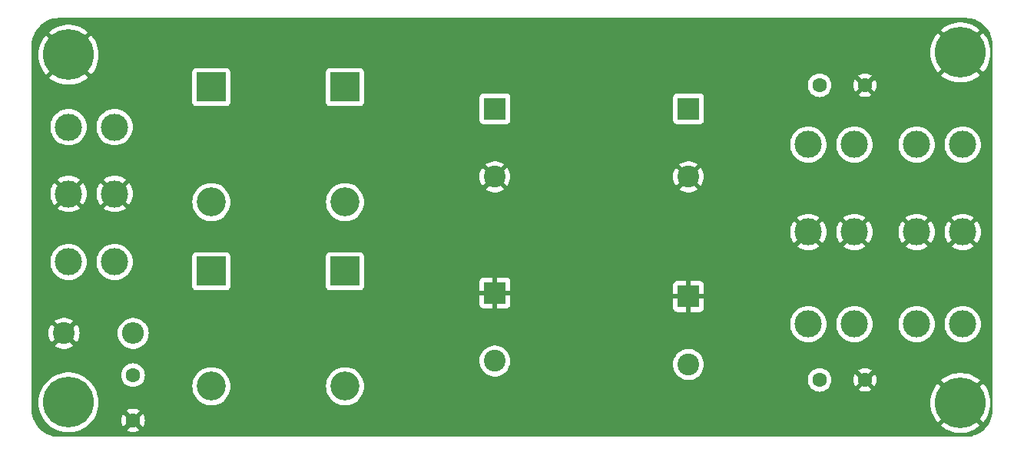
<source format=gbr>
%TF.GenerationSoftware,KiCad,Pcbnew,8.0.5*%
%TF.CreationDate,2024-10-27T20:23:34-04:00*%
%TF.ProjectId,power_supply,706f7765-725f-4737-9570-706c792e6b69,rev?*%
%TF.SameCoordinates,Original*%
%TF.FileFunction,Copper,L2,Bot*%
%TF.FilePolarity,Positive*%
%FSLAX46Y46*%
G04 Gerber Fmt 4.6, Leading zero omitted, Abs format (unit mm)*
G04 Created by KiCad (PCBNEW 8.0.5) date 2024-10-27 20:23:34*
%MOMM*%
%LPD*%
G01*
G04 APERTURE LIST*
%TA.AperFunction,ComponentPad*%
%ADD10C,2.400000*%
%TD*%
%TA.AperFunction,ComponentPad*%
%ADD11O,2.400000X2.400000*%
%TD*%
%TA.AperFunction,ComponentPad*%
%ADD12C,3.000000*%
%TD*%
%TA.AperFunction,ComponentPad*%
%ADD13C,1.600000*%
%TD*%
%TA.AperFunction,ComponentPad*%
%ADD14C,5.600000*%
%TD*%
%TA.AperFunction,ComponentPad*%
%ADD15R,2.400000X2.400000*%
%TD*%
%TA.AperFunction,ComponentPad*%
%ADD16R,3.200000X3.200000*%
%TD*%
%TA.AperFunction,ComponentPad*%
%ADD17O,3.200000X3.200000*%
%TD*%
G04 APERTURE END LIST*
D10*
%TO.P,R3,1*%
%TO.N,GND*%
X66819000Y-97028000D03*
D11*
%TO.P,R3,2*%
%TO.N,GNDPWR*%
X74439000Y-97028000D03*
%TD*%
D12*
%TO.P,J6,1,1*%
%TO.N,/V+*%
X148844000Y-76200000D03*
%TO.P,J6,2,2*%
X153924000Y-76200000D03*
%TD*%
%TO.P,J3,1,1*%
%TO.N,GND*%
X160782000Y-85852000D03*
%TO.P,J3,2,2*%
X165862000Y-85852000D03*
%TD*%
%TO.P,J5,1,1*%
%TO.N,/V-*%
X160782000Y-96012000D03*
%TO.P,J5,2,2*%
X165862000Y-96012000D03*
%TD*%
%TO.P,J6,1,1*%
%TO.N,/V+*%
X160782000Y-76200000D03*
%TO.P,J6,2,2*%
X165862000Y-76200000D03*
%TD*%
%TO.P,J4,1,1*%
%TO.N,/AC2*%
X67310000Y-74268000D03*
%TO.P,J4,2,2*%
X72390000Y-74268000D03*
%TD*%
%TO.P,J3,1,1*%
%TO.N,GND*%
X148844000Y-85852000D03*
%TO.P,J3,2,2*%
X153924000Y-85852000D03*
%TD*%
%TO.P,J2,1,1*%
%TO.N,GND*%
X67310000Y-81634000D03*
%TO.P,J2,2,2*%
X72390000Y-81634000D03*
%TD*%
%TO.P,J1,1,1*%
%TO.N,/AC1*%
X67310000Y-89154000D03*
%TO.P,J1,2,2*%
X72390000Y-89154000D03*
%TD*%
D13*
%TO.P,C4,1*%
%TO.N,GND*%
X155092000Y-102164000D03*
%TO.P,C4,2*%
%TO.N,/V-*%
X150092000Y-102164000D03*
%TD*%
D14*
%TO.P,REF\u002A\u002A,1*%
%TO.N,GND*%
X165608000Y-104704000D03*
%TD*%
D10*
%TO.P,C2,2*%
%TO.N,/V-*%
X114300000Y-100076000D03*
D15*
%TO.P,C2,1*%
%TO.N,GND*%
X114300000Y-92576000D03*
%TD*%
D16*
%TO.P,D4,1,K*%
%TO.N,/AC1*%
X97790000Y-90170000D03*
D17*
%TO.P,D4,2,A*%
%TO.N,/V-*%
X97790000Y-102870000D03*
%TD*%
D14*
%TO.P,REF\u002A\u002A,1*%
%TO.N,GND*%
X67310000Y-66294000D03*
%TD*%
D15*
%TO.P,C5,1*%
%TO.N,/V+*%
X135636000Y-72256000D03*
D10*
%TO.P,C5,2*%
%TO.N,GND*%
X135636000Y-79756000D03*
%TD*%
D16*
%TO.P,D3,1,K*%
%TO.N,/V+*%
X83058000Y-69850000D03*
D17*
%TO.P,D3,2,A*%
%TO.N,/AC2*%
X83058000Y-82550000D03*
%TD*%
D14*
%TO.P,REF\u002A\u002A,1*%
%TO.N,GNDPWR*%
X67310000Y-104648000D03*
%TD*%
D15*
%TO.P,C1,1*%
%TO.N,/V+*%
X114300000Y-72256000D03*
D10*
%TO.P,C1,2*%
%TO.N,GND*%
X114300000Y-79756000D03*
%TD*%
D14*
%TO.P,REF\u002A\u002A,1*%
%TO.N,GND*%
X165608000Y-66040000D03*
%TD*%
D13*
%TO.P,C3,1*%
%TO.N,/V+*%
X150092000Y-69652000D03*
%TO.P,C3,2*%
%TO.N,GND*%
X155092000Y-69652000D03*
%TD*%
D15*
%TO.P,C6,1*%
%TO.N,GND*%
X135636000Y-92964000D03*
D10*
%TO.P,C6,2*%
%TO.N,/V-*%
X135636000Y-100464000D03*
%TD*%
D16*
%TO.P,D1,1,K*%
%TO.N,/V+*%
X97790000Y-69850000D03*
D17*
%TO.P,D1,2,A*%
%TO.N,/AC1*%
X97790000Y-82550000D03*
%TD*%
D16*
%TO.P,D2,1,K*%
%TO.N,/AC2*%
X83058000Y-90170000D03*
D17*
%TO.P,D2,2,A*%
%TO.N,/V-*%
X83058000Y-102870000D03*
%TD*%
D12*
%TO.P,J5,2,2*%
%TO.N,/V-*%
X153924000Y-96012000D03*
%TO.P,J5,1,1*%
X148844000Y-96012000D03*
%TD*%
D13*
%TO.P,C7,1*%
%TO.N,GND*%
X74422000Y-106640000D03*
%TO.P,C7,2*%
%TO.N,GNDPWR*%
X74422000Y-101640000D03*
%TD*%
%TA.AperFunction,Conductor*%
%TO.N,GND*%
G36*
X166167471Y-62230195D02*
G01*
X166208136Y-62232478D01*
X166492949Y-62248473D01*
X166506748Y-62250027D01*
X166824695Y-62304049D01*
X166838252Y-62307143D01*
X167148148Y-62396423D01*
X167161272Y-62401016D01*
X167459215Y-62524427D01*
X167471737Y-62530456D01*
X167754006Y-62686461D01*
X167765779Y-62693859D01*
X168028789Y-62880475D01*
X168039649Y-62889135D01*
X168156993Y-62994000D01*
X168280127Y-63104039D01*
X168289958Y-63113870D01*
X168388266Y-63223877D01*
X168504859Y-63354344D01*
X168513528Y-63365216D01*
X168700139Y-63628219D01*
X168707538Y-63639993D01*
X168863539Y-63922255D01*
X168869572Y-63934784D01*
X168992983Y-64232727D01*
X168997576Y-64245851D01*
X169086856Y-64555747D01*
X169089950Y-64569304D01*
X169143970Y-64887240D01*
X169145527Y-64901058D01*
X169163805Y-65226527D01*
X169164000Y-65233480D01*
X169164000Y-105454519D01*
X169163805Y-105461472D01*
X169145527Y-105786941D01*
X169143970Y-105800759D01*
X169089950Y-106118695D01*
X169086856Y-106132252D01*
X168997576Y-106442148D01*
X168992983Y-106455272D01*
X168869572Y-106753215D01*
X168863539Y-106765744D01*
X168707538Y-107048006D01*
X168700139Y-107059780D01*
X168513528Y-107322783D01*
X168504859Y-107333655D01*
X168289960Y-107574127D01*
X168280127Y-107583960D01*
X168039655Y-107798859D01*
X168028783Y-107807528D01*
X167765780Y-107994139D01*
X167754006Y-108001538D01*
X167471744Y-108157539D01*
X167459215Y-108163572D01*
X167161272Y-108286983D01*
X167148148Y-108291576D01*
X166838252Y-108380856D01*
X166824695Y-108383950D01*
X166506759Y-108437970D01*
X166492941Y-108439527D01*
X166167472Y-108457805D01*
X166160519Y-108458000D01*
X66249481Y-108458000D01*
X66242528Y-108457805D01*
X65917058Y-108439527D01*
X65903240Y-108437970D01*
X65585304Y-108383950D01*
X65571747Y-108380856D01*
X65261851Y-108291576D01*
X65248727Y-108286983D01*
X64950784Y-108163572D01*
X64938255Y-108157539D01*
X64655993Y-108001538D01*
X64644219Y-107994139D01*
X64464004Y-107866269D01*
X64381213Y-107807525D01*
X64370344Y-107798859D01*
X64342664Y-107774123D01*
X64129870Y-107583958D01*
X64120039Y-107574127D01*
X63999629Y-107439388D01*
X63905135Y-107333649D01*
X63896475Y-107322789D01*
X63709859Y-107059779D01*
X63702461Y-107048006D01*
X63546460Y-106765744D01*
X63540427Y-106753215D01*
X63417016Y-106455272D01*
X63412423Y-106442148D01*
X63323143Y-106132252D01*
X63320049Y-106118695D01*
X63266027Y-105800748D01*
X63264473Y-105786949D01*
X63246195Y-105461471D01*
X63246000Y-105454519D01*
X63246000Y-104648000D01*
X64004652Y-104648000D01*
X64015812Y-104853844D01*
X64024028Y-105005368D01*
X64024029Y-105005385D01*
X64081926Y-105358539D01*
X64081932Y-105358565D01*
X64177672Y-105703392D01*
X64177674Y-105703399D01*
X64310142Y-106035870D01*
X64310151Y-106035888D01*
X64477784Y-106352077D01*
X64477787Y-106352082D01*
X64477789Y-106352085D01*
X64673001Y-106640002D01*
X64678634Y-106648309D01*
X64678641Y-106648319D01*
X64880195Y-106885606D01*
X64910332Y-106921086D01*
X65170163Y-107167211D01*
X65455081Y-107383800D01*
X65761747Y-107568315D01*
X65761749Y-107568316D01*
X65761751Y-107568317D01*
X65761755Y-107568319D01*
X66086552Y-107718585D01*
X66086565Y-107718591D01*
X66425726Y-107832868D01*
X66775254Y-107909805D01*
X67131052Y-107948500D01*
X67131058Y-107948500D01*
X67488942Y-107948500D01*
X67488948Y-107948500D01*
X67844746Y-107909805D01*
X68194274Y-107832868D01*
X68533435Y-107718591D01*
X68858253Y-107568315D01*
X69164919Y-107383800D01*
X69449837Y-107167211D01*
X69709668Y-106921086D01*
X69941365Y-106648311D01*
X69947002Y-106639997D01*
X73117034Y-106639997D01*
X73117034Y-106640002D01*
X73136858Y-106866599D01*
X73136860Y-106866610D01*
X73195730Y-107086317D01*
X73195735Y-107086331D01*
X73291863Y-107292478D01*
X73342974Y-107365472D01*
X74022000Y-106686446D01*
X74022000Y-106692661D01*
X74049259Y-106794394D01*
X74101920Y-106885606D01*
X74176394Y-106960080D01*
X74267606Y-107012741D01*
X74369339Y-107040000D01*
X74375553Y-107040000D01*
X73696526Y-107719025D01*
X73769513Y-107770132D01*
X73769521Y-107770136D01*
X73975668Y-107866264D01*
X73975682Y-107866269D01*
X74195389Y-107925139D01*
X74195400Y-107925141D01*
X74421998Y-107944966D01*
X74422002Y-107944966D01*
X74648599Y-107925141D01*
X74648610Y-107925139D01*
X74868317Y-107866269D01*
X74868331Y-107866264D01*
X75074478Y-107770136D01*
X75147471Y-107719024D01*
X74468447Y-107040000D01*
X74474661Y-107040000D01*
X74576394Y-107012741D01*
X74667606Y-106960080D01*
X74742080Y-106885606D01*
X74794741Y-106794394D01*
X74822000Y-106692661D01*
X74822000Y-106686447D01*
X75501024Y-107365471D01*
X75552136Y-107292478D01*
X75648264Y-107086331D01*
X75648269Y-107086317D01*
X75707139Y-106866610D01*
X75707141Y-106866599D01*
X75726966Y-106640002D01*
X75726966Y-106639997D01*
X75707141Y-106413400D01*
X75707139Y-106413389D01*
X75648269Y-106193682D01*
X75648264Y-106193668D01*
X75552136Y-105987521D01*
X75552132Y-105987513D01*
X75501025Y-105914526D01*
X74822000Y-106593551D01*
X74822000Y-106587339D01*
X74794741Y-106485606D01*
X74742080Y-106394394D01*
X74667606Y-106319920D01*
X74576394Y-106267259D01*
X74474661Y-106240000D01*
X74468448Y-106240000D01*
X75147472Y-105560974D01*
X75074478Y-105509863D01*
X74868331Y-105413735D01*
X74868317Y-105413730D01*
X74648610Y-105354860D01*
X74648599Y-105354858D01*
X74422002Y-105335034D01*
X74421998Y-105335034D01*
X74195400Y-105354858D01*
X74195389Y-105354860D01*
X73975682Y-105413730D01*
X73975673Y-105413734D01*
X73769516Y-105509866D01*
X73769512Y-105509868D01*
X73696526Y-105560973D01*
X73696526Y-105560974D01*
X74375553Y-106240000D01*
X74369339Y-106240000D01*
X74267606Y-106267259D01*
X74176394Y-106319920D01*
X74101920Y-106394394D01*
X74049259Y-106485606D01*
X74022000Y-106587339D01*
X74022000Y-106593552D01*
X73342974Y-105914526D01*
X73342973Y-105914526D01*
X73291868Y-105987512D01*
X73291866Y-105987516D01*
X73195734Y-106193673D01*
X73195730Y-106193682D01*
X73136860Y-106413389D01*
X73136858Y-106413400D01*
X73117034Y-106639997D01*
X69947002Y-106639997D01*
X70142211Y-106352085D01*
X70309853Y-106035880D01*
X70442324Y-105703403D01*
X70538071Y-105358552D01*
X70595972Y-105005371D01*
X70615348Y-104648000D01*
X70595972Y-104290629D01*
X70542413Y-103963936D01*
X70538073Y-103937460D01*
X70538072Y-103937459D01*
X70538071Y-103937448D01*
X70461502Y-103661670D01*
X70442327Y-103592607D01*
X70442325Y-103592600D01*
X70309857Y-103260129D01*
X70309848Y-103260111D01*
X70255015Y-103156686D01*
X70172037Y-103000172D01*
X70142215Y-102943922D01*
X70142213Y-102943919D01*
X70142211Y-102943915D01*
X69941365Y-102647689D01*
X69941361Y-102647684D01*
X69941358Y-102647680D01*
X69709668Y-102374914D01*
X69449837Y-102128789D01*
X69449830Y-102128783D01*
X69449827Y-102128781D01*
X69348016Y-102051387D01*
X69164919Y-101912200D01*
X68858253Y-101727685D01*
X68858252Y-101727684D01*
X68858248Y-101727682D01*
X68858244Y-101727680D01*
X68668721Y-101639998D01*
X73116532Y-101639998D01*
X73116532Y-101640001D01*
X73136364Y-101866686D01*
X73136366Y-101866697D01*
X73195258Y-102086488D01*
X73195261Y-102086497D01*
X73291431Y-102292732D01*
X73291432Y-102292734D01*
X73421954Y-102479141D01*
X73582858Y-102640045D01*
X73582861Y-102640047D01*
X73769266Y-102770568D01*
X73975504Y-102866739D01*
X74195308Y-102925635D01*
X74357230Y-102939801D01*
X74421998Y-102945468D01*
X74422000Y-102945468D01*
X74422002Y-102945468D01*
X74478673Y-102940509D01*
X74648692Y-102925635D01*
X74856326Y-102870000D01*
X80952592Y-102870000D01*
X80972201Y-103156680D01*
X80972201Y-103156684D01*
X80972202Y-103156686D01*
X80990143Y-103243024D01*
X81030666Y-103438034D01*
X81030667Y-103438037D01*
X81126894Y-103708793D01*
X81126893Y-103708793D01*
X81259098Y-103963935D01*
X81424812Y-104198700D01*
X81509923Y-104289831D01*
X81620947Y-104408708D01*
X81829130Y-104578077D01*
X81843853Y-104590055D01*
X82089382Y-104739365D01*
X82276237Y-104820526D01*
X82352942Y-104853844D01*
X82629642Y-104931371D01*
X82879920Y-104965771D01*
X82914321Y-104970500D01*
X82914322Y-104970500D01*
X83201679Y-104970500D01*
X83232370Y-104966281D01*
X83486358Y-104931371D01*
X83763058Y-104853844D01*
X83876015Y-104804779D01*
X84026617Y-104739365D01*
X84026620Y-104739363D01*
X84026625Y-104739361D01*
X84272147Y-104590055D01*
X84495053Y-104408708D01*
X84691189Y-104198698D01*
X84856901Y-103963936D01*
X84989104Y-103708797D01*
X85085334Y-103438032D01*
X85143798Y-103156686D01*
X85163408Y-102870000D01*
X95684592Y-102870000D01*
X95704201Y-103156680D01*
X95704201Y-103156684D01*
X95704202Y-103156686D01*
X95722143Y-103243024D01*
X95762666Y-103438034D01*
X95762667Y-103438037D01*
X95858894Y-103708793D01*
X95858893Y-103708793D01*
X95991098Y-103963935D01*
X96156812Y-104198700D01*
X96241923Y-104289831D01*
X96352947Y-104408708D01*
X96561130Y-104578077D01*
X96575853Y-104590055D01*
X96821382Y-104739365D01*
X97008237Y-104820526D01*
X97084942Y-104853844D01*
X97361642Y-104931371D01*
X97611920Y-104965771D01*
X97646321Y-104970500D01*
X97646322Y-104970500D01*
X97933679Y-104970500D01*
X97964370Y-104966281D01*
X98218358Y-104931371D01*
X98495058Y-104853844D01*
X98608015Y-104804779D01*
X98758617Y-104739365D01*
X98758620Y-104739363D01*
X98758625Y-104739361D01*
X98816778Y-104703997D01*
X162303153Y-104703997D01*
X162303153Y-104704002D01*
X162322526Y-105061314D01*
X162322527Y-105061331D01*
X162380415Y-105414431D01*
X162380421Y-105414457D01*
X162476147Y-105759232D01*
X162476149Y-105759239D01*
X162608597Y-106091659D01*
X162608606Y-106091677D01*
X162776218Y-106407827D01*
X162977024Y-106703994D01*
X162977035Y-106704008D01*
X163104441Y-106854002D01*
X163104442Y-106854002D01*
X164313747Y-105644697D01*
X164387588Y-105746330D01*
X164565670Y-105924412D01*
X164667300Y-105998251D01*
X163455257Y-107210294D01*
X163468495Y-107222836D01*
X163753367Y-107439388D01*
X163753370Y-107439390D01*
X164059990Y-107623876D01*
X164384739Y-107774122D01*
X164384744Y-107774123D01*
X164723855Y-107888383D01*
X165073339Y-107965311D01*
X165429075Y-108003999D01*
X165429085Y-108004000D01*
X165786915Y-108004000D01*
X165786924Y-108003999D01*
X166142660Y-107965311D01*
X166492144Y-107888383D01*
X166831255Y-107774123D01*
X166831260Y-107774122D01*
X167156009Y-107623876D01*
X167462629Y-107439390D01*
X167462632Y-107439388D01*
X167747509Y-107222831D01*
X167760742Y-107210295D01*
X167760742Y-107210294D01*
X166548699Y-105998251D01*
X166650330Y-105924412D01*
X166828412Y-105746330D01*
X166902251Y-105644698D01*
X168111556Y-106854002D01*
X168238972Y-106703998D01*
X168238975Y-106703994D01*
X168439781Y-106407827D01*
X168607393Y-106091677D01*
X168607402Y-106091659D01*
X168739850Y-105759239D01*
X168739852Y-105759232D01*
X168835578Y-105414457D01*
X168835584Y-105414431D01*
X168893472Y-105061331D01*
X168893473Y-105061314D01*
X168912847Y-104704002D01*
X168912847Y-104703997D01*
X168893473Y-104346685D01*
X168893472Y-104346668D01*
X168835584Y-103993568D01*
X168835578Y-103993542D01*
X168739852Y-103648767D01*
X168739850Y-103648760D01*
X168607402Y-103316340D01*
X168607393Y-103316322D01*
X168439781Y-103000172D01*
X168238975Y-102704005D01*
X168238964Y-102703991D01*
X168111556Y-102553996D01*
X166902251Y-103763301D01*
X166828412Y-103661670D01*
X166650330Y-103483588D01*
X166548698Y-103409748D01*
X167760742Y-102197704D01*
X167747504Y-102185163D01*
X167462632Y-101968611D01*
X167462629Y-101968609D01*
X167156009Y-101784123D01*
X166831260Y-101633877D01*
X166831255Y-101633876D01*
X166492144Y-101519616D01*
X166142660Y-101442688D01*
X165786924Y-101404000D01*
X165429075Y-101404000D01*
X165073339Y-101442688D01*
X164723855Y-101519616D01*
X164384744Y-101633876D01*
X164384739Y-101633877D01*
X164059990Y-101784123D01*
X163753370Y-101968609D01*
X163753367Y-101968611D01*
X163468486Y-102185170D01*
X163468485Y-102185171D01*
X163455257Y-102197702D01*
X163455256Y-102197703D01*
X164667301Y-103409748D01*
X164565670Y-103483588D01*
X164387588Y-103661670D01*
X164313748Y-103763301D01*
X163104442Y-102553995D01*
X163104441Y-102553996D01*
X162977033Y-102703992D01*
X162776218Y-103000172D01*
X162608606Y-103316322D01*
X162608597Y-103316340D01*
X162476149Y-103648760D01*
X162476147Y-103648767D01*
X162380421Y-103993542D01*
X162380415Y-103993568D01*
X162322527Y-104346668D01*
X162322526Y-104346685D01*
X162303153Y-104703997D01*
X98816778Y-104703997D01*
X99004147Y-104590055D01*
X99227053Y-104408708D01*
X99423189Y-104198698D01*
X99588901Y-103963936D01*
X99721104Y-103708797D01*
X99817334Y-103438032D01*
X99875798Y-103156686D01*
X99895408Y-102870000D01*
X99875798Y-102583314D01*
X99817334Y-102301968D01*
X99721105Y-102031206D01*
X99721106Y-102031206D01*
X99588901Y-101776064D01*
X99423187Y-101541299D01*
X99303655Y-101413313D01*
X99227053Y-101331292D01*
X99098452Y-101226667D01*
X99004146Y-101149944D01*
X98758617Y-101000634D01*
X98495063Y-100886158D01*
X98495061Y-100886157D01*
X98495058Y-100886156D01*
X98365578Y-100849877D01*
X98218364Y-100808630D01*
X98218359Y-100808629D01*
X98218358Y-100808629D01*
X98076018Y-100789064D01*
X97933679Y-100769500D01*
X97933678Y-100769500D01*
X97646322Y-100769500D01*
X97646321Y-100769500D01*
X97361642Y-100808629D01*
X97361635Y-100808630D01*
X97153861Y-100866845D01*
X97084942Y-100886156D01*
X97084939Y-100886156D01*
X97084936Y-100886158D01*
X97084935Y-100886158D01*
X96821382Y-101000634D01*
X96575853Y-101149944D01*
X96352950Y-101331289D01*
X96156812Y-101541299D01*
X95991098Y-101776064D01*
X95858894Y-102031206D01*
X95762667Y-102301962D01*
X95762666Y-102301965D01*
X95704201Y-102583319D01*
X95684592Y-102870000D01*
X85163408Y-102870000D01*
X85143798Y-102583314D01*
X85085334Y-102301968D01*
X84989105Y-102031206D01*
X84989106Y-102031206D01*
X84856901Y-101776064D01*
X84691187Y-101541299D01*
X84571655Y-101413313D01*
X84495053Y-101331292D01*
X84366452Y-101226667D01*
X84272146Y-101149944D01*
X84026617Y-101000634D01*
X83763063Y-100886158D01*
X83763061Y-100886157D01*
X83763058Y-100886156D01*
X83633578Y-100849877D01*
X83486364Y-100808630D01*
X83486359Y-100808629D01*
X83486358Y-100808629D01*
X83344018Y-100789064D01*
X83201679Y-100769500D01*
X83201678Y-100769500D01*
X82914322Y-100769500D01*
X82914321Y-100769500D01*
X82629642Y-100808629D01*
X82629635Y-100808630D01*
X82421861Y-100866845D01*
X82352942Y-100886156D01*
X82352939Y-100886156D01*
X82352936Y-100886158D01*
X82352935Y-100886158D01*
X82089382Y-101000634D01*
X81843853Y-101149944D01*
X81620950Y-101331289D01*
X81424812Y-101541299D01*
X81259098Y-101776064D01*
X81126894Y-102031206D01*
X81030667Y-102301962D01*
X81030666Y-102301965D01*
X80972201Y-102583319D01*
X80952592Y-102870000D01*
X74856326Y-102870000D01*
X74868496Y-102866739D01*
X75074734Y-102770568D01*
X75261139Y-102640047D01*
X75422047Y-102479139D01*
X75552568Y-102292734D01*
X75648739Y-102086496D01*
X75707635Y-101866692D01*
X75727468Y-101640000D01*
X75726057Y-101623877D01*
X75716936Y-101519616D01*
X75707635Y-101413308D01*
X75660093Y-101235877D01*
X75648741Y-101193511D01*
X75648738Y-101193502D01*
X75552568Y-100987266D01*
X75422047Y-100800861D01*
X75422045Y-100800858D01*
X75261141Y-100639954D01*
X75074734Y-100509432D01*
X75074732Y-100509431D01*
X74868497Y-100413261D01*
X74868488Y-100413258D01*
X74648697Y-100354366D01*
X74648693Y-100354365D01*
X74648692Y-100354365D01*
X74648691Y-100354364D01*
X74648686Y-100354364D01*
X74422002Y-100334532D01*
X74421998Y-100334532D01*
X74195313Y-100354364D01*
X74195302Y-100354366D01*
X73975511Y-100413258D01*
X73975502Y-100413261D01*
X73769267Y-100509431D01*
X73769265Y-100509432D01*
X73582858Y-100639954D01*
X73421954Y-100800858D01*
X73291432Y-100987265D01*
X73291431Y-100987267D01*
X73195261Y-101193502D01*
X73195258Y-101193511D01*
X73136366Y-101413302D01*
X73136364Y-101413313D01*
X73116532Y-101639998D01*
X68668721Y-101639998D01*
X68533447Y-101577414D01*
X68533441Y-101577411D01*
X68533435Y-101577409D01*
X68337872Y-101511516D01*
X68194273Y-101463131D01*
X67844744Y-101386194D01*
X67488949Y-101347500D01*
X67488948Y-101347500D01*
X67131052Y-101347500D01*
X67131050Y-101347500D01*
X66775255Y-101386194D01*
X66425726Y-101463131D01*
X66193735Y-101541299D01*
X66086565Y-101577409D01*
X66086563Y-101577410D01*
X66086552Y-101577414D01*
X65761755Y-101727680D01*
X65761751Y-101727682D01*
X65568563Y-101843920D01*
X65455081Y-101912200D01*
X65380876Y-101968609D01*
X65170172Y-102128781D01*
X65170163Y-102128789D01*
X64910331Y-102374914D01*
X64678641Y-102647680D01*
X64678634Y-102647690D01*
X64477790Y-102943913D01*
X64477784Y-102943922D01*
X64310151Y-103260111D01*
X64310142Y-103260129D01*
X64177674Y-103592600D01*
X64177672Y-103592607D01*
X64081932Y-103937434D01*
X64081926Y-103937460D01*
X64024029Y-104290614D01*
X64024028Y-104290627D01*
X64024028Y-104290629D01*
X64004652Y-104648000D01*
X63246000Y-104648000D01*
X63246000Y-100075995D01*
X112594732Y-100075995D01*
X112594732Y-100076004D01*
X112613777Y-100330154D01*
X112644327Y-100464004D01*
X112670492Y-100578637D01*
X112763607Y-100815888D01*
X112891041Y-101036612D01*
X113049950Y-101235877D01*
X113236783Y-101409232D01*
X113447366Y-101552805D01*
X113447371Y-101552807D01*
X113447372Y-101552808D01*
X113447373Y-101552809D01*
X113569328Y-101611538D01*
X113676992Y-101663387D01*
X113676993Y-101663387D01*
X113676996Y-101663389D01*
X113920542Y-101738513D01*
X114172565Y-101776500D01*
X114427435Y-101776500D01*
X114679458Y-101738513D01*
X114923004Y-101663389D01*
X115152634Y-101552805D01*
X115363217Y-101409232D01*
X115550050Y-101235877D01*
X115708959Y-101036612D01*
X115836393Y-100815888D01*
X115929508Y-100578637D01*
X115955674Y-100463995D01*
X133930732Y-100463995D01*
X133930732Y-100464004D01*
X133949777Y-100718154D01*
X133988122Y-100886156D01*
X134006492Y-100966637D01*
X134099607Y-101203888D01*
X134227041Y-101424612D01*
X134385950Y-101623877D01*
X134572783Y-101797232D01*
X134783366Y-101940805D01*
X134783371Y-101940807D01*
X134783372Y-101940808D01*
X134783373Y-101940809D01*
X134905328Y-101999538D01*
X135012992Y-102051387D01*
X135012993Y-102051387D01*
X135012996Y-102051389D01*
X135256542Y-102126513D01*
X135508565Y-102164500D01*
X135763435Y-102164500D01*
X135766765Y-102163998D01*
X148786532Y-102163998D01*
X148786532Y-102164001D01*
X148806364Y-102390686D01*
X148806366Y-102390697D01*
X148865258Y-102610488D01*
X148865261Y-102610497D01*
X148961431Y-102816732D01*
X148961432Y-102816734D01*
X149091954Y-103003141D01*
X149252858Y-103164045D01*
X149252861Y-103164047D01*
X149439266Y-103294568D01*
X149645504Y-103390739D01*
X149865308Y-103449635D01*
X150027230Y-103463801D01*
X150091998Y-103469468D01*
X150092000Y-103469468D01*
X150092002Y-103469468D01*
X150148673Y-103464509D01*
X150318692Y-103449635D01*
X150538496Y-103390739D01*
X150744734Y-103294568D01*
X150931139Y-103164047D01*
X151092047Y-103003139D01*
X151222568Y-102816734D01*
X151318739Y-102610496D01*
X151377635Y-102390692D01*
X151395616Y-102185170D01*
X151397468Y-102164001D01*
X151397468Y-102163998D01*
X151397468Y-102163997D01*
X153787034Y-102163997D01*
X153787034Y-102164002D01*
X153806858Y-102390599D01*
X153806860Y-102390610D01*
X153865730Y-102610317D01*
X153865735Y-102610331D01*
X153961863Y-102816478D01*
X154012974Y-102889472D01*
X154692000Y-102210446D01*
X154692000Y-102216661D01*
X154719259Y-102318394D01*
X154771920Y-102409606D01*
X154846394Y-102484080D01*
X154937606Y-102536741D01*
X155039339Y-102564000D01*
X155045553Y-102564000D01*
X154366526Y-103243025D01*
X154439513Y-103294132D01*
X154439521Y-103294136D01*
X154645668Y-103390264D01*
X154645682Y-103390269D01*
X154865389Y-103449139D01*
X154865400Y-103449141D01*
X155091998Y-103468966D01*
X155092002Y-103468966D01*
X155318599Y-103449141D01*
X155318610Y-103449139D01*
X155538317Y-103390269D01*
X155538331Y-103390264D01*
X155744478Y-103294136D01*
X155817471Y-103243024D01*
X155138447Y-102564000D01*
X155144661Y-102564000D01*
X155246394Y-102536741D01*
X155337606Y-102484080D01*
X155412080Y-102409606D01*
X155464741Y-102318394D01*
X155492000Y-102216661D01*
X155492000Y-102210447D01*
X156171024Y-102889471D01*
X156222136Y-102816478D01*
X156318264Y-102610331D01*
X156318269Y-102610317D01*
X156377139Y-102390610D01*
X156377141Y-102390599D01*
X156396966Y-102164002D01*
X156396966Y-102163997D01*
X156377141Y-101937400D01*
X156377139Y-101937389D01*
X156318269Y-101717682D01*
X156318264Y-101717668D01*
X156222136Y-101511521D01*
X156222132Y-101511513D01*
X156171025Y-101438526D01*
X155492000Y-102117551D01*
X155492000Y-102111339D01*
X155464741Y-102009606D01*
X155412080Y-101918394D01*
X155337606Y-101843920D01*
X155246394Y-101791259D01*
X155144661Y-101764000D01*
X155138448Y-101764000D01*
X155817472Y-101084974D01*
X155744478Y-101033863D01*
X155538331Y-100937735D01*
X155538317Y-100937730D01*
X155318610Y-100878860D01*
X155318599Y-100878858D01*
X155092002Y-100859034D01*
X155091998Y-100859034D01*
X154865400Y-100878858D01*
X154865389Y-100878860D01*
X154645682Y-100937730D01*
X154645673Y-100937734D01*
X154439516Y-101033866D01*
X154439512Y-101033868D01*
X154366526Y-101084973D01*
X154366526Y-101084974D01*
X155045553Y-101764000D01*
X155039339Y-101764000D01*
X154937606Y-101791259D01*
X154846394Y-101843920D01*
X154771920Y-101918394D01*
X154719259Y-102009606D01*
X154692000Y-102111339D01*
X154692000Y-102117552D01*
X154012974Y-101438526D01*
X154012973Y-101438526D01*
X153961868Y-101511512D01*
X153961866Y-101511516D01*
X153865734Y-101717673D01*
X153865730Y-101717682D01*
X153806860Y-101937389D01*
X153806858Y-101937400D01*
X153787034Y-102163997D01*
X151397468Y-102163997D01*
X151387616Y-102051389D01*
X151377635Y-101937308D01*
X151318739Y-101717504D01*
X151222568Y-101511266D01*
X151092047Y-101324861D01*
X151092045Y-101324858D01*
X150931141Y-101163954D01*
X150744734Y-101033432D01*
X150744732Y-101033431D01*
X150538497Y-100937261D01*
X150538488Y-100937258D01*
X150318697Y-100878366D01*
X150318693Y-100878365D01*
X150318692Y-100878365D01*
X150318691Y-100878364D01*
X150318686Y-100878364D01*
X150092002Y-100858532D01*
X150091998Y-100858532D01*
X149865313Y-100878364D01*
X149865302Y-100878366D01*
X149645511Y-100937258D01*
X149645502Y-100937261D01*
X149439267Y-101033431D01*
X149439265Y-101033432D01*
X149252858Y-101163954D01*
X149091954Y-101324858D01*
X148961432Y-101511265D01*
X148961431Y-101511267D01*
X148865261Y-101717502D01*
X148865258Y-101717511D01*
X148806366Y-101937302D01*
X148806364Y-101937313D01*
X148786532Y-102163998D01*
X135766765Y-102163998D01*
X136015458Y-102126513D01*
X136259004Y-102051389D01*
X136488634Y-101940805D01*
X136699217Y-101797232D01*
X136886050Y-101623877D01*
X137044959Y-101424612D01*
X137172393Y-101203888D01*
X137265508Y-100966637D01*
X137322222Y-100718157D01*
X137332678Y-100578630D01*
X137341268Y-100464004D01*
X137341268Y-100463995D01*
X137322222Y-100209845D01*
X137265509Y-99961369D01*
X137265508Y-99961363D01*
X137172393Y-99724112D01*
X137044959Y-99503388D01*
X136886050Y-99304123D01*
X136699217Y-99130768D01*
X136488634Y-98987195D01*
X136488630Y-98987193D01*
X136488627Y-98987191D01*
X136488626Y-98987190D01*
X136259006Y-98876612D01*
X136259008Y-98876612D01*
X136015466Y-98801489D01*
X136015462Y-98801488D01*
X136015458Y-98801487D01*
X135894231Y-98783214D01*
X135763440Y-98763500D01*
X135763435Y-98763500D01*
X135508565Y-98763500D01*
X135508559Y-98763500D01*
X135351609Y-98787157D01*
X135256542Y-98801487D01*
X135256539Y-98801488D01*
X135256533Y-98801489D01*
X135012992Y-98876612D01*
X134783373Y-98987190D01*
X134783372Y-98987191D01*
X134572782Y-99130768D01*
X134385952Y-99304121D01*
X134385950Y-99304123D01*
X134227041Y-99503388D01*
X134099608Y-99724109D01*
X134006492Y-99961362D01*
X134006490Y-99961369D01*
X133949777Y-100209845D01*
X133930732Y-100463995D01*
X115955674Y-100463995D01*
X115986222Y-100330157D01*
X116005268Y-100076000D01*
X115986222Y-99821843D01*
X115929508Y-99573363D01*
X115836393Y-99336112D01*
X115708959Y-99115388D01*
X115550050Y-98916123D01*
X115363217Y-98742768D01*
X115152634Y-98599195D01*
X115152630Y-98599193D01*
X115152627Y-98599191D01*
X115152626Y-98599190D01*
X114923006Y-98488612D01*
X114923008Y-98488612D01*
X114679466Y-98413489D01*
X114679462Y-98413488D01*
X114679458Y-98413487D01*
X114555069Y-98394738D01*
X114427440Y-98375500D01*
X114427435Y-98375500D01*
X114172565Y-98375500D01*
X114172559Y-98375500D01*
X114015609Y-98399157D01*
X113920542Y-98413487D01*
X113920539Y-98413488D01*
X113920533Y-98413489D01*
X113676992Y-98488612D01*
X113447373Y-98599190D01*
X113447372Y-98599191D01*
X113236782Y-98742768D01*
X113049952Y-98916121D01*
X113049950Y-98916123D01*
X112891041Y-99115388D01*
X112763608Y-99336109D01*
X112670492Y-99573362D01*
X112670490Y-99573369D01*
X112613777Y-99821845D01*
X112594732Y-100075995D01*
X63246000Y-100075995D01*
X63246000Y-97027995D01*
X65114233Y-97027995D01*
X65114233Y-97028004D01*
X65133273Y-97282079D01*
X65189968Y-97530477D01*
X65189973Y-97530494D01*
X65283058Y-97767671D01*
X65283057Y-97767671D01*
X65410454Y-97988327D01*
X65410461Y-97988338D01*
X65452452Y-98040991D01*
X65452453Y-98040992D01*
X66254387Y-97239058D01*
X66259889Y-97259591D01*
X66338881Y-97396408D01*
X66450592Y-97508119D01*
X66587409Y-97587111D01*
X66607940Y-97592612D01*
X65805813Y-98394738D01*
X65966616Y-98504371D01*
X65966624Y-98504376D01*
X66196176Y-98614921D01*
X66196174Y-98614921D01*
X66439652Y-98690024D01*
X66439658Y-98690026D01*
X66691595Y-98727999D01*
X66691604Y-98728000D01*
X66946396Y-98728000D01*
X66946404Y-98727999D01*
X67198341Y-98690026D01*
X67198347Y-98690024D01*
X67441824Y-98614921D01*
X67671376Y-98504376D01*
X67671377Y-98504375D01*
X67832185Y-98394738D01*
X67030060Y-97592612D01*
X67050591Y-97587111D01*
X67187408Y-97508119D01*
X67299119Y-97396408D01*
X67378111Y-97259591D01*
X67383612Y-97239059D01*
X68185545Y-98040992D01*
X68185546Y-98040991D01*
X68227544Y-97988330D01*
X68354941Y-97767671D01*
X68448026Y-97530494D01*
X68448031Y-97530477D01*
X68504726Y-97282079D01*
X68523767Y-97028004D01*
X68523767Y-97027995D01*
X72733732Y-97027995D01*
X72733732Y-97028004D01*
X72752777Y-97282154D01*
X72808830Y-97527739D01*
X72809492Y-97530637D01*
X72902607Y-97767888D01*
X73030041Y-97988612D01*
X73188950Y-98187877D01*
X73375783Y-98361232D01*
X73586366Y-98504805D01*
X73586371Y-98504807D01*
X73586372Y-98504808D01*
X73586373Y-98504809D01*
X73708328Y-98563538D01*
X73815992Y-98615387D01*
X73815993Y-98615387D01*
X73815996Y-98615389D01*
X74059542Y-98690513D01*
X74311565Y-98728500D01*
X74566435Y-98728500D01*
X74818458Y-98690513D01*
X75062004Y-98615389D01*
X75291634Y-98504805D01*
X75502217Y-98361232D01*
X75689050Y-98187877D01*
X75847959Y-97988612D01*
X75975393Y-97767888D01*
X76068508Y-97530637D01*
X76125222Y-97282157D01*
X76138349Y-97106991D01*
X76144268Y-97028004D01*
X76144268Y-97027995D01*
X76125222Y-96773845D01*
X76073647Y-96547881D01*
X76068508Y-96525363D01*
X75975393Y-96288112D01*
X75847959Y-96067388D01*
X75803787Y-96011998D01*
X146838390Y-96011998D01*
X146838390Y-96012001D01*
X146858804Y-96297433D01*
X146919628Y-96577037D01*
X146919630Y-96577043D01*
X146919631Y-96577046D01*
X147019633Y-96845161D01*
X147019635Y-96845166D01*
X147156770Y-97096309D01*
X147156775Y-97096317D01*
X147328254Y-97325387D01*
X147328270Y-97325405D01*
X147530594Y-97527729D01*
X147530612Y-97527745D01*
X147759682Y-97699224D01*
X147759690Y-97699229D01*
X148010833Y-97836364D01*
X148010832Y-97836364D01*
X148010836Y-97836365D01*
X148010839Y-97836367D01*
X148278954Y-97936369D01*
X148278960Y-97936370D01*
X148278962Y-97936371D01*
X148558566Y-97997195D01*
X148558568Y-97997195D01*
X148558572Y-97997196D01*
X148812220Y-98015337D01*
X148843999Y-98017610D01*
X148844000Y-98017610D01*
X148844001Y-98017610D01*
X148872595Y-98015564D01*
X149129428Y-97997196D01*
X149170185Y-97988330D01*
X149409037Y-97936371D01*
X149409037Y-97936370D01*
X149409046Y-97936369D01*
X149677161Y-97836367D01*
X149928315Y-97699226D01*
X150157395Y-97527739D01*
X150359739Y-97325395D01*
X150531226Y-97096315D01*
X150668367Y-96845161D01*
X150768369Y-96577046D01*
X150829196Y-96297428D01*
X150849610Y-96012000D01*
X150849610Y-96011998D01*
X151918390Y-96011998D01*
X151918390Y-96012001D01*
X151938804Y-96297433D01*
X151999628Y-96577037D01*
X151999630Y-96577043D01*
X151999631Y-96577046D01*
X152099633Y-96845161D01*
X152099635Y-96845166D01*
X152236770Y-97096309D01*
X152236775Y-97096317D01*
X152408254Y-97325387D01*
X152408270Y-97325405D01*
X152610594Y-97527729D01*
X152610612Y-97527745D01*
X152839682Y-97699224D01*
X152839690Y-97699229D01*
X153090833Y-97836364D01*
X153090832Y-97836364D01*
X153090836Y-97836365D01*
X153090839Y-97836367D01*
X153358954Y-97936369D01*
X153358960Y-97936370D01*
X153358962Y-97936371D01*
X153638566Y-97997195D01*
X153638568Y-97997195D01*
X153638572Y-97997196D01*
X153892220Y-98015337D01*
X153923999Y-98017610D01*
X153924000Y-98017610D01*
X153924001Y-98017610D01*
X153952595Y-98015564D01*
X154209428Y-97997196D01*
X154250185Y-97988330D01*
X154489037Y-97936371D01*
X154489037Y-97936370D01*
X154489046Y-97936369D01*
X154757161Y-97836367D01*
X155008315Y-97699226D01*
X155237395Y-97527739D01*
X155439739Y-97325395D01*
X155611226Y-97096315D01*
X155748367Y-96845161D01*
X155848369Y-96577046D01*
X155909196Y-96297428D01*
X155929610Y-96012000D01*
X155929610Y-96011998D01*
X158776390Y-96011998D01*
X158776390Y-96012001D01*
X158796804Y-96297433D01*
X158857628Y-96577037D01*
X158857630Y-96577043D01*
X158857631Y-96577046D01*
X158957633Y-96845161D01*
X158957635Y-96845166D01*
X159094770Y-97096309D01*
X159094775Y-97096317D01*
X159266254Y-97325387D01*
X159266270Y-97325405D01*
X159468594Y-97527729D01*
X159468612Y-97527745D01*
X159697682Y-97699224D01*
X159697690Y-97699229D01*
X159948833Y-97836364D01*
X159948832Y-97836364D01*
X159948836Y-97836365D01*
X159948839Y-97836367D01*
X160216954Y-97936369D01*
X160216960Y-97936370D01*
X160216962Y-97936371D01*
X160496566Y-97997195D01*
X160496568Y-97997195D01*
X160496572Y-97997196D01*
X160750220Y-98015337D01*
X160781999Y-98017610D01*
X160782000Y-98017610D01*
X160782001Y-98017610D01*
X160810595Y-98015564D01*
X161067428Y-97997196D01*
X161108185Y-97988330D01*
X161347037Y-97936371D01*
X161347037Y-97936370D01*
X161347046Y-97936369D01*
X161615161Y-97836367D01*
X161866315Y-97699226D01*
X162095395Y-97527739D01*
X162297739Y-97325395D01*
X162469226Y-97096315D01*
X162606367Y-96845161D01*
X162706369Y-96577046D01*
X162767196Y-96297428D01*
X162787610Y-96012000D01*
X162787610Y-96011998D01*
X163856390Y-96011998D01*
X163856390Y-96012001D01*
X163876804Y-96297433D01*
X163937628Y-96577037D01*
X163937630Y-96577043D01*
X163937631Y-96577046D01*
X164037633Y-96845161D01*
X164037635Y-96845166D01*
X164174770Y-97096309D01*
X164174775Y-97096317D01*
X164346254Y-97325387D01*
X164346270Y-97325405D01*
X164548594Y-97527729D01*
X164548612Y-97527745D01*
X164777682Y-97699224D01*
X164777690Y-97699229D01*
X165028833Y-97836364D01*
X165028832Y-97836364D01*
X165028836Y-97836365D01*
X165028839Y-97836367D01*
X165296954Y-97936369D01*
X165296960Y-97936370D01*
X165296962Y-97936371D01*
X165576566Y-97997195D01*
X165576568Y-97997195D01*
X165576572Y-97997196D01*
X165830220Y-98015337D01*
X165861999Y-98017610D01*
X165862000Y-98017610D01*
X165862001Y-98017610D01*
X165890595Y-98015564D01*
X166147428Y-97997196D01*
X166188185Y-97988330D01*
X166427037Y-97936371D01*
X166427037Y-97936370D01*
X166427046Y-97936369D01*
X166695161Y-97836367D01*
X166946315Y-97699226D01*
X167175395Y-97527739D01*
X167377739Y-97325395D01*
X167549226Y-97096315D01*
X167686367Y-96845161D01*
X167786369Y-96577046D01*
X167847196Y-96297428D01*
X167867610Y-96012000D01*
X167847196Y-95726572D01*
X167840277Y-95694768D01*
X167786371Y-95446962D01*
X167786370Y-95446960D01*
X167786369Y-95446954D01*
X167686367Y-95178839D01*
X167549226Y-94927685D01*
X167549224Y-94927682D01*
X167377745Y-94698612D01*
X167377729Y-94698594D01*
X167175405Y-94496270D01*
X167175387Y-94496254D01*
X166946317Y-94324775D01*
X166946309Y-94324770D01*
X166695166Y-94187635D01*
X166695167Y-94187635D01*
X166549186Y-94133187D01*
X166427046Y-94087631D01*
X166427043Y-94087630D01*
X166427037Y-94087628D01*
X166147433Y-94026804D01*
X165862001Y-94006390D01*
X165861999Y-94006390D01*
X165576566Y-94026804D01*
X165296962Y-94087628D01*
X165028833Y-94187635D01*
X164777690Y-94324770D01*
X164777682Y-94324775D01*
X164548612Y-94496254D01*
X164548594Y-94496270D01*
X164346270Y-94698594D01*
X164346254Y-94698612D01*
X164174775Y-94927682D01*
X164174770Y-94927690D01*
X164037635Y-95178833D01*
X163937628Y-95446962D01*
X163876804Y-95726566D01*
X163856390Y-96011998D01*
X162787610Y-96011998D01*
X162767196Y-95726572D01*
X162760277Y-95694768D01*
X162706371Y-95446962D01*
X162706370Y-95446960D01*
X162706369Y-95446954D01*
X162606367Y-95178839D01*
X162469226Y-94927685D01*
X162469224Y-94927682D01*
X162297745Y-94698612D01*
X162297729Y-94698594D01*
X162095405Y-94496270D01*
X162095387Y-94496254D01*
X161866317Y-94324775D01*
X161866309Y-94324770D01*
X161615166Y-94187635D01*
X161615167Y-94187635D01*
X161469186Y-94133187D01*
X161347046Y-94087631D01*
X161347043Y-94087630D01*
X161347037Y-94087628D01*
X161067433Y-94026804D01*
X160782001Y-94006390D01*
X160781999Y-94006390D01*
X160496566Y-94026804D01*
X160216962Y-94087628D01*
X159948833Y-94187635D01*
X159697690Y-94324770D01*
X159697682Y-94324775D01*
X159468612Y-94496254D01*
X159468594Y-94496270D01*
X159266270Y-94698594D01*
X159266254Y-94698612D01*
X159094775Y-94927682D01*
X159094770Y-94927690D01*
X158957635Y-95178833D01*
X158857628Y-95446962D01*
X158796804Y-95726566D01*
X158776390Y-96011998D01*
X155929610Y-96011998D01*
X155909196Y-95726572D01*
X155902277Y-95694768D01*
X155848371Y-95446962D01*
X155848370Y-95446960D01*
X155848369Y-95446954D01*
X155748367Y-95178839D01*
X155611226Y-94927685D01*
X155611224Y-94927682D01*
X155439745Y-94698612D01*
X155439729Y-94698594D01*
X155237405Y-94496270D01*
X155237387Y-94496254D01*
X155008317Y-94324775D01*
X155008309Y-94324770D01*
X154757166Y-94187635D01*
X154757167Y-94187635D01*
X154611186Y-94133187D01*
X154489046Y-94087631D01*
X154489043Y-94087630D01*
X154489037Y-94087628D01*
X154209433Y-94026804D01*
X153924001Y-94006390D01*
X153923999Y-94006390D01*
X153638566Y-94026804D01*
X153358962Y-94087628D01*
X153090833Y-94187635D01*
X152839690Y-94324770D01*
X152839682Y-94324775D01*
X152610612Y-94496254D01*
X152610594Y-94496270D01*
X152408270Y-94698594D01*
X152408254Y-94698612D01*
X152236775Y-94927682D01*
X152236770Y-94927690D01*
X152099635Y-95178833D01*
X151999628Y-95446962D01*
X151938804Y-95726566D01*
X151918390Y-96011998D01*
X150849610Y-96011998D01*
X150829196Y-95726572D01*
X150822277Y-95694768D01*
X150768371Y-95446962D01*
X150768370Y-95446960D01*
X150768369Y-95446954D01*
X150668367Y-95178839D01*
X150531226Y-94927685D01*
X150531224Y-94927682D01*
X150359745Y-94698612D01*
X150359729Y-94698594D01*
X150157405Y-94496270D01*
X150157387Y-94496254D01*
X149928317Y-94324775D01*
X149928309Y-94324770D01*
X149677166Y-94187635D01*
X149677167Y-94187635D01*
X149531186Y-94133187D01*
X149409046Y-94087631D01*
X149409043Y-94087630D01*
X149409037Y-94087628D01*
X149129433Y-94026804D01*
X148844001Y-94006390D01*
X148843999Y-94006390D01*
X148558566Y-94026804D01*
X148278962Y-94087628D01*
X148010833Y-94187635D01*
X147759690Y-94324770D01*
X147759682Y-94324775D01*
X147530612Y-94496254D01*
X147530594Y-94496270D01*
X147328270Y-94698594D01*
X147328254Y-94698612D01*
X147156775Y-94927682D01*
X147156770Y-94927690D01*
X147019635Y-95178833D01*
X146919628Y-95446962D01*
X146858804Y-95726566D01*
X146838390Y-96011998D01*
X75803787Y-96011998D01*
X75689050Y-95868123D01*
X75502217Y-95694768D01*
X75291634Y-95551195D01*
X75291630Y-95551193D01*
X75291627Y-95551191D01*
X75291626Y-95551190D01*
X75062006Y-95440612D01*
X75062008Y-95440612D01*
X74818466Y-95365489D01*
X74818462Y-95365488D01*
X74818458Y-95365487D01*
X74697231Y-95347214D01*
X74566440Y-95327500D01*
X74566435Y-95327500D01*
X74311565Y-95327500D01*
X74311559Y-95327500D01*
X74154609Y-95351157D01*
X74059542Y-95365487D01*
X74059539Y-95365488D01*
X74059533Y-95365489D01*
X73815992Y-95440612D01*
X73586373Y-95551190D01*
X73586372Y-95551191D01*
X73375782Y-95694768D01*
X73188952Y-95868121D01*
X73188950Y-95868123D01*
X73030041Y-96067388D01*
X72902608Y-96288109D01*
X72809492Y-96525362D01*
X72809490Y-96525369D01*
X72752777Y-96773845D01*
X72733732Y-97027995D01*
X68523767Y-97027995D01*
X68504726Y-96773920D01*
X68448031Y-96525522D01*
X68448026Y-96525505D01*
X68354941Y-96288328D01*
X68354942Y-96288328D01*
X68227545Y-96067672D01*
X68185545Y-96015006D01*
X67383612Y-96816939D01*
X67378111Y-96796409D01*
X67299119Y-96659592D01*
X67187408Y-96547881D01*
X67050591Y-96468889D01*
X67030059Y-96463387D01*
X67832185Y-95661260D01*
X67671384Y-95551628D01*
X67671376Y-95551623D01*
X67441823Y-95441078D01*
X67441825Y-95441078D01*
X67198347Y-95365975D01*
X67198341Y-95365973D01*
X66946404Y-95328000D01*
X66691595Y-95328000D01*
X66439658Y-95365973D01*
X66439652Y-95365975D01*
X66196175Y-95441078D01*
X65966622Y-95551625D01*
X65966609Y-95551632D01*
X65805813Y-95661259D01*
X66607941Y-96463387D01*
X66587409Y-96468889D01*
X66450592Y-96547881D01*
X66338881Y-96659592D01*
X66259889Y-96796409D01*
X66254387Y-96816941D01*
X65452452Y-96015006D01*
X65410457Y-96067667D01*
X65283058Y-96288328D01*
X65189973Y-96525505D01*
X65189968Y-96525522D01*
X65133273Y-96773920D01*
X65114233Y-97027995D01*
X63246000Y-97027995D01*
X63246000Y-89153998D01*
X65304390Y-89153998D01*
X65304390Y-89154001D01*
X65324804Y-89439433D01*
X65385628Y-89719037D01*
X65485635Y-89987166D01*
X65622770Y-90238309D01*
X65622775Y-90238317D01*
X65794254Y-90467387D01*
X65794270Y-90467405D01*
X65996594Y-90669729D01*
X65996612Y-90669745D01*
X66225682Y-90841224D01*
X66225690Y-90841229D01*
X66476833Y-90978364D01*
X66476832Y-90978364D01*
X66476836Y-90978365D01*
X66476839Y-90978367D01*
X66744954Y-91078369D01*
X66744960Y-91078370D01*
X66744962Y-91078371D01*
X67024566Y-91139195D01*
X67024568Y-91139195D01*
X67024572Y-91139196D01*
X67278220Y-91157337D01*
X67309999Y-91159610D01*
X67310000Y-91159610D01*
X67310001Y-91159610D01*
X67338595Y-91157564D01*
X67595428Y-91139196D01*
X67875046Y-91078369D01*
X68143161Y-90978367D01*
X68394315Y-90841226D01*
X68623395Y-90669739D01*
X68825739Y-90467395D01*
X68997226Y-90238315D01*
X69134367Y-89987161D01*
X69234369Y-89719046D01*
X69295196Y-89439428D01*
X69315610Y-89154000D01*
X69315610Y-89153998D01*
X70384390Y-89153998D01*
X70384390Y-89154001D01*
X70404804Y-89439433D01*
X70465628Y-89719037D01*
X70565635Y-89987166D01*
X70702770Y-90238309D01*
X70702775Y-90238317D01*
X70874254Y-90467387D01*
X70874270Y-90467405D01*
X71076594Y-90669729D01*
X71076612Y-90669745D01*
X71305682Y-90841224D01*
X71305690Y-90841229D01*
X71556833Y-90978364D01*
X71556832Y-90978364D01*
X71556836Y-90978365D01*
X71556839Y-90978367D01*
X71824954Y-91078369D01*
X71824960Y-91078370D01*
X71824962Y-91078371D01*
X72104566Y-91139195D01*
X72104568Y-91139195D01*
X72104572Y-91139196D01*
X72358220Y-91157337D01*
X72389999Y-91159610D01*
X72390000Y-91159610D01*
X72390001Y-91159610D01*
X72418595Y-91157564D01*
X72675428Y-91139196D01*
X72955046Y-91078369D01*
X73223161Y-90978367D01*
X73474315Y-90841226D01*
X73703395Y-90669739D01*
X73905739Y-90467395D01*
X74077226Y-90238315D01*
X74214367Y-89987161D01*
X74314369Y-89719046D01*
X74375196Y-89439428D01*
X74395610Y-89154000D01*
X74375196Y-88868572D01*
X74314369Y-88588954D01*
X74289447Y-88522135D01*
X80957500Y-88522135D01*
X80957500Y-91817870D01*
X80957501Y-91817876D01*
X80963908Y-91877483D01*
X81014202Y-92012328D01*
X81014206Y-92012335D01*
X81100452Y-92127544D01*
X81100455Y-92127547D01*
X81215664Y-92213793D01*
X81215671Y-92213797D01*
X81350517Y-92264091D01*
X81350516Y-92264091D01*
X81357444Y-92264835D01*
X81410127Y-92270500D01*
X84705872Y-92270499D01*
X84765483Y-92264091D01*
X84900331Y-92213796D01*
X85015546Y-92127546D01*
X85101796Y-92012331D01*
X85152091Y-91877483D01*
X85158500Y-91817873D01*
X85158499Y-88522135D01*
X95689500Y-88522135D01*
X95689500Y-91817870D01*
X95689501Y-91817876D01*
X95695908Y-91877483D01*
X95746202Y-92012328D01*
X95746206Y-92012335D01*
X95832452Y-92127544D01*
X95832455Y-92127547D01*
X95947664Y-92213793D01*
X95947671Y-92213797D01*
X96082517Y-92264091D01*
X96082516Y-92264091D01*
X96089444Y-92264835D01*
X96142127Y-92270500D01*
X99437872Y-92270499D01*
X99497483Y-92264091D01*
X99632331Y-92213796D01*
X99747546Y-92127546D01*
X99833796Y-92012331D01*
X99884091Y-91877483D01*
X99890500Y-91817873D01*
X99890500Y-91328155D01*
X112600000Y-91328155D01*
X112600000Y-92326000D01*
X113751518Y-92326000D01*
X113740889Y-92344409D01*
X113700000Y-92497009D01*
X113700000Y-92654991D01*
X113740889Y-92807591D01*
X113751518Y-92826000D01*
X112600000Y-92826000D01*
X112600000Y-93823844D01*
X112606401Y-93883372D01*
X112606403Y-93883379D01*
X112656645Y-94018086D01*
X112656649Y-94018093D01*
X112742809Y-94133187D01*
X112742812Y-94133190D01*
X112857906Y-94219350D01*
X112857913Y-94219354D01*
X112992620Y-94269596D01*
X112992627Y-94269598D01*
X113052155Y-94275999D01*
X113052172Y-94276000D01*
X114050000Y-94276000D01*
X114050000Y-93124482D01*
X114068409Y-93135111D01*
X114221009Y-93176000D01*
X114378991Y-93176000D01*
X114531591Y-93135111D01*
X114550000Y-93124482D01*
X114550000Y-94276000D01*
X115547828Y-94276000D01*
X115547844Y-94275999D01*
X115607372Y-94269598D01*
X115607379Y-94269596D01*
X115742086Y-94219354D01*
X115742093Y-94219350D01*
X115857187Y-94133190D01*
X115857190Y-94133187D01*
X115943350Y-94018093D01*
X115943354Y-94018086D01*
X115993596Y-93883379D01*
X115993598Y-93883372D01*
X115999999Y-93823844D01*
X116000000Y-93823827D01*
X116000000Y-92826000D01*
X114848482Y-92826000D01*
X114859111Y-92807591D01*
X114900000Y-92654991D01*
X114900000Y-92497009D01*
X114859111Y-92344409D01*
X114848482Y-92326000D01*
X116000000Y-92326000D01*
X116000000Y-91716155D01*
X133936000Y-91716155D01*
X133936000Y-92714000D01*
X135087518Y-92714000D01*
X135076889Y-92732409D01*
X135036000Y-92885009D01*
X135036000Y-93042991D01*
X135076889Y-93195591D01*
X135087518Y-93214000D01*
X133936000Y-93214000D01*
X133936000Y-94211844D01*
X133942401Y-94271372D01*
X133942403Y-94271379D01*
X133992645Y-94406086D01*
X133992649Y-94406093D01*
X134078809Y-94521187D01*
X134078812Y-94521190D01*
X134193906Y-94607350D01*
X134193913Y-94607354D01*
X134328620Y-94657596D01*
X134328627Y-94657598D01*
X134388155Y-94663999D01*
X134388172Y-94664000D01*
X135386000Y-94664000D01*
X135386000Y-93512482D01*
X135404409Y-93523111D01*
X135557009Y-93564000D01*
X135714991Y-93564000D01*
X135867591Y-93523111D01*
X135886000Y-93512482D01*
X135886000Y-94664000D01*
X136883828Y-94664000D01*
X136883844Y-94663999D01*
X136943372Y-94657598D01*
X136943379Y-94657596D01*
X137078086Y-94607354D01*
X137078093Y-94607350D01*
X137193187Y-94521190D01*
X137193190Y-94521187D01*
X137279350Y-94406093D01*
X137279354Y-94406086D01*
X137329596Y-94271379D01*
X137329598Y-94271372D01*
X137335999Y-94211844D01*
X137336000Y-94211827D01*
X137336000Y-93214000D01*
X136184482Y-93214000D01*
X136195111Y-93195591D01*
X136236000Y-93042991D01*
X136236000Y-92885009D01*
X136195111Y-92732409D01*
X136184482Y-92714000D01*
X137336000Y-92714000D01*
X137336000Y-91716172D01*
X137335999Y-91716155D01*
X137329598Y-91656627D01*
X137329596Y-91656620D01*
X137279354Y-91521913D01*
X137279350Y-91521906D01*
X137193190Y-91406812D01*
X137193187Y-91406809D01*
X137078093Y-91320649D01*
X137078086Y-91320645D01*
X136943379Y-91270403D01*
X136943372Y-91270401D01*
X136883844Y-91264000D01*
X135886000Y-91264000D01*
X135886000Y-92415517D01*
X135867591Y-92404889D01*
X135714991Y-92364000D01*
X135557009Y-92364000D01*
X135404409Y-92404889D01*
X135386000Y-92415517D01*
X135386000Y-91264000D01*
X134388155Y-91264000D01*
X134328627Y-91270401D01*
X134328620Y-91270403D01*
X134193913Y-91320645D01*
X134193906Y-91320649D01*
X134078812Y-91406809D01*
X134078809Y-91406812D01*
X133992649Y-91521906D01*
X133992645Y-91521913D01*
X133942403Y-91656620D01*
X133942401Y-91656627D01*
X133936000Y-91716155D01*
X116000000Y-91716155D01*
X116000000Y-91328172D01*
X115999999Y-91328155D01*
X115993598Y-91268627D01*
X115993596Y-91268620D01*
X115943354Y-91133913D01*
X115943350Y-91133906D01*
X115857190Y-91018812D01*
X115857187Y-91018809D01*
X115742093Y-90932649D01*
X115742086Y-90932645D01*
X115607379Y-90882403D01*
X115607372Y-90882401D01*
X115547844Y-90876000D01*
X114550000Y-90876000D01*
X114550000Y-92027517D01*
X114531591Y-92016889D01*
X114378991Y-91976000D01*
X114221009Y-91976000D01*
X114068409Y-92016889D01*
X114050000Y-92027517D01*
X114050000Y-90876000D01*
X113052155Y-90876000D01*
X112992627Y-90882401D01*
X112992620Y-90882403D01*
X112857913Y-90932645D01*
X112857906Y-90932649D01*
X112742812Y-91018809D01*
X112742809Y-91018812D01*
X112656649Y-91133906D01*
X112656645Y-91133913D01*
X112606403Y-91268620D01*
X112606401Y-91268627D01*
X112600000Y-91328155D01*
X99890500Y-91328155D01*
X99890499Y-88522128D01*
X99884091Y-88462517D01*
X99833796Y-88327669D01*
X99833795Y-88327668D01*
X99833793Y-88327664D01*
X99747547Y-88212455D01*
X99747544Y-88212452D01*
X99632335Y-88126206D01*
X99632328Y-88126202D01*
X99497482Y-88075908D01*
X99497483Y-88075908D01*
X99437883Y-88069501D01*
X99437881Y-88069500D01*
X99437873Y-88069500D01*
X99437864Y-88069500D01*
X96142129Y-88069500D01*
X96142123Y-88069501D01*
X96082516Y-88075908D01*
X95947671Y-88126202D01*
X95947664Y-88126206D01*
X95832455Y-88212452D01*
X95832452Y-88212455D01*
X95746206Y-88327664D01*
X95746202Y-88327671D01*
X95695908Y-88462517D01*
X95689501Y-88522116D01*
X95689501Y-88522123D01*
X95689500Y-88522135D01*
X85158499Y-88522135D01*
X85158499Y-88522128D01*
X85152091Y-88462517D01*
X85101796Y-88327669D01*
X85101795Y-88327668D01*
X85101793Y-88327664D01*
X85015547Y-88212455D01*
X85015544Y-88212452D01*
X84900335Y-88126206D01*
X84900328Y-88126202D01*
X84765482Y-88075908D01*
X84765483Y-88075908D01*
X84705883Y-88069501D01*
X84705881Y-88069500D01*
X84705873Y-88069500D01*
X84705864Y-88069500D01*
X81410129Y-88069500D01*
X81410123Y-88069501D01*
X81350516Y-88075908D01*
X81215671Y-88126202D01*
X81215664Y-88126206D01*
X81100455Y-88212452D01*
X81100452Y-88212455D01*
X81014206Y-88327664D01*
X81014202Y-88327671D01*
X80963908Y-88462517D01*
X80957501Y-88522116D01*
X80957501Y-88522123D01*
X80957500Y-88522135D01*
X74289447Y-88522135D01*
X74214367Y-88320839D01*
X74077226Y-88069685D01*
X73918094Y-87857109D01*
X73905745Y-87840612D01*
X73905729Y-87840594D01*
X73703405Y-87638270D01*
X73703387Y-87638254D01*
X73474317Y-87466775D01*
X73474309Y-87466770D01*
X73223166Y-87329635D01*
X73223167Y-87329635D01*
X73115915Y-87289632D01*
X72955046Y-87229631D01*
X72955043Y-87229630D01*
X72955037Y-87229628D01*
X72675433Y-87168804D01*
X72390001Y-87148390D01*
X72389999Y-87148390D01*
X72104566Y-87168804D01*
X71824962Y-87229628D01*
X71556833Y-87329635D01*
X71305690Y-87466770D01*
X71305682Y-87466775D01*
X71076612Y-87638254D01*
X71076594Y-87638270D01*
X70874270Y-87840594D01*
X70874254Y-87840612D01*
X70702779Y-88069678D01*
X70702770Y-88069690D01*
X70565635Y-88320833D01*
X70465628Y-88588962D01*
X70404804Y-88868566D01*
X70384390Y-89153998D01*
X69315610Y-89153998D01*
X69295196Y-88868572D01*
X69234369Y-88588954D01*
X69134367Y-88320839D01*
X68997226Y-88069685D01*
X68838094Y-87857109D01*
X68825745Y-87840612D01*
X68825729Y-87840594D01*
X68623405Y-87638270D01*
X68623387Y-87638254D01*
X68394317Y-87466775D01*
X68394309Y-87466770D01*
X68143166Y-87329635D01*
X68143167Y-87329635D01*
X68035915Y-87289632D01*
X67875046Y-87229631D01*
X67875043Y-87229630D01*
X67875037Y-87229628D01*
X67595433Y-87168804D01*
X67310001Y-87148390D01*
X67309999Y-87148390D01*
X67024566Y-87168804D01*
X66744962Y-87229628D01*
X66476833Y-87329635D01*
X66225690Y-87466770D01*
X66225682Y-87466775D01*
X65996612Y-87638254D01*
X65996594Y-87638270D01*
X65794270Y-87840594D01*
X65794254Y-87840612D01*
X65622779Y-88069678D01*
X65622770Y-88069690D01*
X65485635Y-88320833D01*
X65385628Y-88588962D01*
X65324804Y-88868566D01*
X65304390Y-89153998D01*
X63246000Y-89153998D01*
X63246000Y-85851998D01*
X146838891Y-85851998D01*
X146838891Y-85852001D01*
X146859300Y-86137362D01*
X146920109Y-86416895D01*
X147020091Y-86684958D01*
X147157191Y-86936038D01*
X147157196Y-86936046D01*
X147263882Y-87078561D01*
X147263883Y-87078562D01*
X148242958Y-86099487D01*
X148267978Y-86159890D01*
X148339112Y-86266351D01*
X148429649Y-86356888D01*
X148536110Y-86428022D01*
X148596511Y-86453041D01*
X147617436Y-87432115D01*
X147759960Y-87538807D01*
X147759961Y-87538808D01*
X148011042Y-87675908D01*
X148011041Y-87675908D01*
X148279104Y-87775890D01*
X148558637Y-87836699D01*
X148843999Y-87857109D01*
X148844001Y-87857109D01*
X149129362Y-87836699D01*
X149408895Y-87775890D01*
X149676958Y-87675908D01*
X149928047Y-87538803D01*
X150070561Y-87432116D01*
X150070562Y-87432115D01*
X149091489Y-86453041D01*
X149151890Y-86428022D01*
X149258351Y-86356888D01*
X149348888Y-86266351D01*
X149420022Y-86159890D01*
X149445041Y-86099488D01*
X150424115Y-87078562D01*
X150424116Y-87078561D01*
X150530803Y-86936047D01*
X150667908Y-86684958D01*
X150767890Y-86416895D01*
X150828699Y-86137362D01*
X150849109Y-85852001D01*
X150849109Y-85851998D01*
X151918891Y-85851998D01*
X151918891Y-85852001D01*
X151939300Y-86137362D01*
X152000109Y-86416895D01*
X152100091Y-86684958D01*
X152237191Y-86936038D01*
X152237196Y-86936046D01*
X152343882Y-87078561D01*
X152343883Y-87078562D01*
X153322958Y-86099487D01*
X153347978Y-86159890D01*
X153419112Y-86266351D01*
X153509649Y-86356888D01*
X153616110Y-86428022D01*
X153676511Y-86453041D01*
X152697436Y-87432115D01*
X152839960Y-87538807D01*
X152839961Y-87538808D01*
X153091042Y-87675908D01*
X153091041Y-87675908D01*
X153359104Y-87775890D01*
X153638637Y-87836699D01*
X153923999Y-87857109D01*
X153924001Y-87857109D01*
X154209362Y-87836699D01*
X154488895Y-87775890D01*
X154756958Y-87675908D01*
X155008047Y-87538803D01*
X155150561Y-87432116D01*
X155150562Y-87432115D01*
X154171489Y-86453041D01*
X154231890Y-86428022D01*
X154338351Y-86356888D01*
X154428888Y-86266351D01*
X154500022Y-86159890D01*
X154525041Y-86099488D01*
X155504115Y-87078562D01*
X155504116Y-87078561D01*
X155610803Y-86936047D01*
X155747908Y-86684958D01*
X155847890Y-86416895D01*
X155908699Y-86137362D01*
X155929109Y-85852001D01*
X155929109Y-85851998D01*
X158776891Y-85851998D01*
X158776891Y-85852001D01*
X158797300Y-86137362D01*
X158858109Y-86416895D01*
X158958091Y-86684958D01*
X159095191Y-86936038D01*
X159095196Y-86936046D01*
X159201882Y-87078561D01*
X159201883Y-87078562D01*
X160180958Y-86099487D01*
X160205978Y-86159890D01*
X160277112Y-86266351D01*
X160367649Y-86356888D01*
X160474110Y-86428022D01*
X160534511Y-86453041D01*
X159555436Y-87432115D01*
X159697960Y-87538807D01*
X159697961Y-87538808D01*
X159949042Y-87675908D01*
X159949041Y-87675908D01*
X160217104Y-87775890D01*
X160496637Y-87836699D01*
X160781999Y-87857109D01*
X160782001Y-87857109D01*
X161067362Y-87836699D01*
X161346895Y-87775890D01*
X161614958Y-87675908D01*
X161866047Y-87538803D01*
X162008561Y-87432116D01*
X162008562Y-87432115D01*
X161029489Y-86453041D01*
X161089890Y-86428022D01*
X161196351Y-86356888D01*
X161286888Y-86266351D01*
X161358022Y-86159890D01*
X161383041Y-86099488D01*
X162362115Y-87078562D01*
X162362116Y-87078561D01*
X162468803Y-86936047D01*
X162605908Y-86684958D01*
X162705890Y-86416895D01*
X162766699Y-86137362D01*
X162787109Y-85852001D01*
X162787109Y-85851998D01*
X163856891Y-85851998D01*
X163856891Y-85852001D01*
X163877300Y-86137362D01*
X163938109Y-86416895D01*
X164038091Y-86684958D01*
X164175191Y-86936038D01*
X164175196Y-86936046D01*
X164281882Y-87078561D01*
X164281883Y-87078562D01*
X165260958Y-86099487D01*
X165285978Y-86159890D01*
X165357112Y-86266351D01*
X165447649Y-86356888D01*
X165554110Y-86428022D01*
X165614511Y-86453041D01*
X164635436Y-87432115D01*
X164777960Y-87538807D01*
X164777961Y-87538808D01*
X165029042Y-87675908D01*
X165029041Y-87675908D01*
X165297104Y-87775890D01*
X165576637Y-87836699D01*
X165861999Y-87857109D01*
X165862001Y-87857109D01*
X166147362Y-87836699D01*
X166426895Y-87775890D01*
X166694958Y-87675908D01*
X166946047Y-87538803D01*
X167088561Y-87432116D01*
X167088562Y-87432115D01*
X166109489Y-86453041D01*
X166169890Y-86428022D01*
X166276351Y-86356888D01*
X166366888Y-86266351D01*
X166438022Y-86159890D01*
X166463041Y-86099488D01*
X167442115Y-87078562D01*
X167442116Y-87078561D01*
X167548803Y-86936047D01*
X167685908Y-86684958D01*
X167785890Y-86416895D01*
X167846699Y-86137362D01*
X167867109Y-85852001D01*
X167867109Y-85851998D01*
X167846699Y-85566637D01*
X167785890Y-85287104D01*
X167685908Y-85019041D01*
X167548808Y-84767961D01*
X167548807Y-84767960D01*
X167442115Y-84625436D01*
X166463041Y-85604510D01*
X166438022Y-85544110D01*
X166366888Y-85437649D01*
X166276351Y-85347112D01*
X166169890Y-85275978D01*
X166109488Y-85250958D01*
X167088562Y-84271883D01*
X167088561Y-84271882D01*
X166946046Y-84165196D01*
X166946038Y-84165191D01*
X166694957Y-84028091D01*
X166694958Y-84028091D01*
X166426895Y-83928109D01*
X166147362Y-83867300D01*
X165862001Y-83846891D01*
X165861999Y-83846891D01*
X165576637Y-83867300D01*
X165297104Y-83928109D01*
X165029041Y-84028091D01*
X164777961Y-84165191D01*
X164777953Y-84165196D01*
X164635437Y-84271882D01*
X164635436Y-84271883D01*
X165614512Y-85250958D01*
X165554110Y-85275978D01*
X165447649Y-85347112D01*
X165357112Y-85437649D01*
X165285978Y-85544110D01*
X165260958Y-85604511D01*
X164281883Y-84625436D01*
X164281882Y-84625437D01*
X164175196Y-84767953D01*
X164175191Y-84767961D01*
X164038091Y-85019041D01*
X163938109Y-85287104D01*
X163877300Y-85566637D01*
X163856891Y-85851998D01*
X162787109Y-85851998D01*
X162766699Y-85566637D01*
X162705890Y-85287104D01*
X162605908Y-85019041D01*
X162468808Y-84767961D01*
X162468807Y-84767960D01*
X162362115Y-84625436D01*
X161383041Y-85604510D01*
X161358022Y-85544110D01*
X161286888Y-85437649D01*
X161196351Y-85347112D01*
X161089890Y-85275978D01*
X161029488Y-85250958D01*
X162008562Y-84271883D01*
X162008561Y-84271882D01*
X161866046Y-84165196D01*
X161866038Y-84165191D01*
X161614957Y-84028091D01*
X161614958Y-84028091D01*
X161346895Y-83928109D01*
X161067362Y-83867300D01*
X160782001Y-83846891D01*
X160781999Y-83846891D01*
X160496637Y-83867300D01*
X160217104Y-83928109D01*
X159949041Y-84028091D01*
X159697961Y-84165191D01*
X159697953Y-84165196D01*
X159555437Y-84271882D01*
X159555436Y-84271883D01*
X160534512Y-85250958D01*
X160474110Y-85275978D01*
X160367649Y-85347112D01*
X160277112Y-85437649D01*
X160205978Y-85544110D01*
X160180958Y-85604511D01*
X159201883Y-84625436D01*
X159201882Y-84625437D01*
X159095196Y-84767953D01*
X159095191Y-84767961D01*
X158958091Y-85019041D01*
X158858109Y-85287104D01*
X158797300Y-85566637D01*
X158776891Y-85851998D01*
X155929109Y-85851998D01*
X155908699Y-85566637D01*
X155847890Y-85287104D01*
X155747908Y-85019041D01*
X155610808Y-84767961D01*
X155610807Y-84767960D01*
X155504115Y-84625436D01*
X154525041Y-85604510D01*
X154500022Y-85544110D01*
X154428888Y-85437649D01*
X154338351Y-85347112D01*
X154231890Y-85275978D01*
X154171488Y-85250958D01*
X155150562Y-84271883D01*
X155150561Y-84271882D01*
X155008046Y-84165196D01*
X155008038Y-84165191D01*
X154756957Y-84028091D01*
X154756958Y-84028091D01*
X154488895Y-83928109D01*
X154209362Y-83867300D01*
X153924001Y-83846891D01*
X153923999Y-83846891D01*
X153638637Y-83867300D01*
X153359104Y-83928109D01*
X153091041Y-84028091D01*
X152839961Y-84165191D01*
X152839953Y-84165196D01*
X152697437Y-84271882D01*
X152697436Y-84271883D01*
X153676512Y-85250958D01*
X153616110Y-85275978D01*
X153509649Y-85347112D01*
X153419112Y-85437649D01*
X153347978Y-85544110D01*
X153322958Y-85604511D01*
X152343883Y-84625436D01*
X152343882Y-84625437D01*
X152237196Y-84767953D01*
X152237191Y-84767961D01*
X152100091Y-85019041D01*
X152000109Y-85287104D01*
X151939300Y-85566637D01*
X151918891Y-85851998D01*
X150849109Y-85851998D01*
X150828699Y-85566637D01*
X150767890Y-85287104D01*
X150667908Y-85019041D01*
X150530808Y-84767961D01*
X150530807Y-84767960D01*
X150424115Y-84625436D01*
X149445041Y-85604510D01*
X149420022Y-85544110D01*
X149348888Y-85437649D01*
X149258351Y-85347112D01*
X149151890Y-85275978D01*
X149091488Y-85250958D01*
X150070562Y-84271883D01*
X150070561Y-84271882D01*
X149928046Y-84165196D01*
X149928038Y-84165191D01*
X149676957Y-84028091D01*
X149676958Y-84028091D01*
X149408895Y-83928109D01*
X149129362Y-83867300D01*
X148844001Y-83846891D01*
X148843999Y-83846891D01*
X148558637Y-83867300D01*
X148279104Y-83928109D01*
X148011041Y-84028091D01*
X147759961Y-84165191D01*
X147759953Y-84165196D01*
X147617437Y-84271882D01*
X147617436Y-84271883D01*
X148596512Y-85250958D01*
X148536110Y-85275978D01*
X148429649Y-85347112D01*
X148339112Y-85437649D01*
X148267978Y-85544110D01*
X148242958Y-85604511D01*
X147263883Y-84625436D01*
X147263882Y-84625437D01*
X147157196Y-84767953D01*
X147157191Y-84767961D01*
X147020091Y-85019041D01*
X146920109Y-85287104D01*
X146859300Y-85566637D01*
X146838891Y-85851998D01*
X63246000Y-85851998D01*
X63246000Y-81633998D01*
X65304891Y-81633998D01*
X65304891Y-81634001D01*
X65325300Y-81919362D01*
X65386109Y-82198895D01*
X65486091Y-82466958D01*
X65623191Y-82718038D01*
X65623196Y-82718046D01*
X65729882Y-82860561D01*
X65729883Y-82860562D01*
X66708958Y-81881487D01*
X66733978Y-81941890D01*
X66805112Y-82048351D01*
X66895649Y-82138888D01*
X67002110Y-82210022D01*
X67062511Y-82235041D01*
X66083436Y-83214115D01*
X66225960Y-83320807D01*
X66225961Y-83320808D01*
X66477042Y-83457908D01*
X66477041Y-83457908D01*
X66745104Y-83557890D01*
X67024637Y-83618699D01*
X67309999Y-83639109D01*
X67310001Y-83639109D01*
X67595362Y-83618699D01*
X67874895Y-83557890D01*
X68142958Y-83457908D01*
X68394047Y-83320803D01*
X68536561Y-83214116D01*
X68536562Y-83214115D01*
X67557489Y-82235041D01*
X67617890Y-82210022D01*
X67724351Y-82138888D01*
X67814888Y-82048351D01*
X67886022Y-81941890D01*
X67911041Y-81881488D01*
X68890115Y-82860562D01*
X68890116Y-82860561D01*
X68996803Y-82718047D01*
X69133908Y-82466958D01*
X69233890Y-82198895D01*
X69294699Y-81919362D01*
X69315109Y-81634001D01*
X69315109Y-81633998D01*
X70384891Y-81633998D01*
X70384891Y-81634001D01*
X70405300Y-81919362D01*
X70466109Y-82198895D01*
X70566091Y-82466958D01*
X70703191Y-82718038D01*
X70703196Y-82718046D01*
X70809882Y-82860561D01*
X70809883Y-82860562D01*
X71788958Y-81881487D01*
X71813978Y-81941890D01*
X71885112Y-82048351D01*
X71975649Y-82138888D01*
X72082110Y-82210022D01*
X72142511Y-82235041D01*
X71163436Y-83214115D01*
X71305960Y-83320807D01*
X71305961Y-83320808D01*
X71557042Y-83457908D01*
X71557041Y-83457908D01*
X71825104Y-83557890D01*
X72104637Y-83618699D01*
X72389999Y-83639109D01*
X72390001Y-83639109D01*
X72675362Y-83618699D01*
X72954895Y-83557890D01*
X73222958Y-83457908D01*
X73474047Y-83320803D01*
X73616561Y-83214116D01*
X73616562Y-83214115D01*
X72637489Y-82235041D01*
X72697890Y-82210022D01*
X72804351Y-82138888D01*
X72894888Y-82048351D01*
X72966022Y-81941890D01*
X72991041Y-81881488D01*
X73970115Y-82860562D01*
X73970116Y-82860561D01*
X74076803Y-82718047D01*
X74168564Y-82550000D01*
X80952592Y-82550000D01*
X80972201Y-82836680D01*
X80972201Y-82836684D01*
X80972202Y-82836686D01*
X80993984Y-82941509D01*
X81030666Y-83118034D01*
X81030667Y-83118037D01*
X81126894Y-83388793D01*
X81126893Y-83388793D01*
X81259098Y-83643935D01*
X81424812Y-83878700D01*
X81509923Y-83969831D01*
X81620947Y-84088708D01*
X81714964Y-84165196D01*
X81843853Y-84270055D01*
X82089382Y-84419365D01*
X82276237Y-84500526D01*
X82352942Y-84533844D01*
X82629642Y-84611371D01*
X82879920Y-84645771D01*
X82914321Y-84650500D01*
X82914322Y-84650500D01*
X83201679Y-84650500D01*
X83232370Y-84646281D01*
X83486358Y-84611371D01*
X83763058Y-84533844D01*
X83876015Y-84484779D01*
X84026617Y-84419365D01*
X84026620Y-84419363D01*
X84026625Y-84419361D01*
X84272147Y-84270055D01*
X84495053Y-84088708D01*
X84691189Y-83878698D01*
X84856901Y-83643936D01*
X84989104Y-83388797D01*
X85085334Y-83118032D01*
X85143798Y-82836686D01*
X85163408Y-82550000D01*
X95684592Y-82550000D01*
X95704201Y-82836680D01*
X95704201Y-82836684D01*
X95704202Y-82836686D01*
X95725984Y-82941509D01*
X95762666Y-83118034D01*
X95762667Y-83118037D01*
X95858894Y-83388793D01*
X95858893Y-83388793D01*
X95991098Y-83643935D01*
X96156812Y-83878700D01*
X96241923Y-83969831D01*
X96352947Y-84088708D01*
X96446964Y-84165196D01*
X96575853Y-84270055D01*
X96821382Y-84419365D01*
X97008237Y-84500526D01*
X97084942Y-84533844D01*
X97361642Y-84611371D01*
X97611920Y-84645771D01*
X97646321Y-84650500D01*
X97646322Y-84650500D01*
X97933679Y-84650500D01*
X97964370Y-84646281D01*
X98218358Y-84611371D01*
X98495058Y-84533844D01*
X98608015Y-84484779D01*
X98758617Y-84419365D01*
X98758620Y-84419363D01*
X98758625Y-84419361D01*
X99004147Y-84270055D01*
X99227053Y-84088708D01*
X99423189Y-83878698D01*
X99588901Y-83643936D01*
X99721104Y-83388797D01*
X99817334Y-83118032D01*
X99875798Y-82836686D01*
X99895408Y-82550000D01*
X99875798Y-82263314D01*
X99817334Y-81981968D01*
X99721105Y-81711206D01*
X99721106Y-81711206D01*
X99588901Y-81456064D01*
X99423187Y-81221299D01*
X99331136Y-81122738D01*
X99227053Y-81011292D01*
X99004147Y-80829945D01*
X99004146Y-80829944D01*
X98758617Y-80680634D01*
X98495063Y-80566158D01*
X98495061Y-80566157D01*
X98495058Y-80566156D01*
X98365578Y-80529877D01*
X98218364Y-80488630D01*
X98218359Y-80488629D01*
X98218358Y-80488629D01*
X98076018Y-80469064D01*
X97933679Y-80449500D01*
X97933678Y-80449500D01*
X97646322Y-80449500D01*
X97646321Y-80449500D01*
X97361642Y-80488629D01*
X97361635Y-80488630D01*
X97153861Y-80546845D01*
X97084942Y-80566156D01*
X97084939Y-80566156D01*
X97084936Y-80566158D01*
X97084935Y-80566158D01*
X96821382Y-80680634D01*
X96575853Y-80829944D01*
X96352950Y-81011289D01*
X96156812Y-81221299D01*
X95991098Y-81456064D01*
X95858894Y-81711206D01*
X95762667Y-81981962D01*
X95762666Y-81981965D01*
X95704201Y-82263319D01*
X95684592Y-82550000D01*
X85163408Y-82550000D01*
X85143798Y-82263314D01*
X85085334Y-81981968D01*
X84989105Y-81711206D01*
X84989106Y-81711206D01*
X84856901Y-81456064D01*
X84691187Y-81221299D01*
X84599136Y-81122738D01*
X84495053Y-81011292D01*
X84272147Y-80829945D01*
X84272146Y-80829944D01*
X84026617Y-80680634D01*
X83763063Y-80566158D01*
X83763061Y-80566157D01*
X83763058Y-80566156D01*
X83633578Y-80529877D01*
X83486364Y-80488630D01*
X83486359Y-80488629D01*
X83486358Y-80488629D01*
X83344018Y-80469064D01*
X83201679Y-80449500D01*
X83201678Y-80449500D01*
X82914322Y-80449500D01*
X82914321Y-80449500D01*
X82629642Y-80488629D01*
X82629635Y-80488630D01*
X82421861Y-80546845D01*
X82352942Y-80566156D01*
X82352939Y-80566156D01*
X82352936Y-80566158D01*
X82352935Y-80566158D01*
X82089382Y-80680634D01*
X81843853Y-80829944D01*
X81620950Y-81011289D01*
X81424812Y-81221299D01*
X81259098Y-81456064D01*
X81126894Y-81711206D01*
X81030667Y-81981962D01*
X81030666Y-81981965D01*
X80972201Y-82263319D01*
X80952592Y-82550000D01*
X74168564Y-82550000D01*
X74213908Y-82466958D01*
X74313890Y-82198895D01*
X74374699Y-81919362D01*
X74395109Y-81634001D01*
X74395109Y-81633998D01*
X74374699Y-81348637D01*
X74313890Y-81069104D01*
X74213908Y-80801041D01*
X74076808Y-80549961D01*
X74076807Y-80549960D01*
X73970115Y-80407436D01*
X72991041Y-81386510D01*
X72966022Y-81326110D01*
X72894888Y-81219649D01*
X72804351Y-81129112D01*
X72697890Y-81057978D01*
X72637488Y-81032958D01*
X73616562Y-80053883D01*
X73616561Y-80053882D01*
X73474046Y-79947196D01*
X73474038Y-79947191D01*
X73222957Y-79810091D01*
X73222958Y-79810091D01*
X73077921Y-79755995D01*
X112595233Y-79755995D01*
X112595233Y-79756004D01*
X112614273Y-80010079D01*
X112670968Y-80258477D01*
X112670973Y-80258494D01*
X112764058Y-80495671D01*
X112764057Y-80495671D01*
X112891454Y-80716327D01*
X112891461Y-80716338D01*
X112933452Y-80768991D01*
X112933453Y-80768992D01*
X113735387Y-79967058D01*
X113740889Y-79987591D01*
X113819881Y-80124408D01*
X113931592Y-80236119D01*
X114068409Y-80315111D01*
X114088940Y-80320612D01*
X113286813Y-81122738D01*
X113447616Y-81232371D01*
X113447624Y-81232376D01*
X113677176Y-81342921D01*
X113677174Y-81342921D01*
X113920652Y-81418024D01*
X113920658Y-81418026D01*
X114172595Y-81455999D01*
X114172604Y-81456000D01*
X114427396Y-81456000D01*
X114427404Y-81455999D01*
X114679341Y-81418026D01*
X114679347Y-81418024D01*
X114922824Y-81342921D01*
X115152376Y-81232376D01*
X115152377Y-81232375D01*
X115313185Y-81122738D01*
X114511060Y-80320612D01*
X114531591Y-80315111D01*
X114668408Y-80236119D01*
X114780119Y-80124408D01*
X114859111Y-79987591D01*
X114864612Y-79967059D01*
X115666544Y-80768992D01*
X115666546Y-80768991D01*
X115708544Y-80716330D01*
X115835941Y-80495671D01*
X115929026Y-80258494D01*
X115929031Y-80258477D01*
X115985726Y-80010079D01*
X116004767Y-79756004D01*
X116004767Y-79755995D01*
X133931233Y-79755995D01*
X133931233Y-79756004D01*
X133950273Y-80010079D01*
X134006968Y-80258477D01*
X134006973Y-80258494D01*
X134100058Y-80495671D01*
X134100057Y-80495671D01*
X134227454Y-80716327D01*
X134227461Y-80716338D01*
X134269452Y-80768991D01*
X134269453Y-80768992D01*
X135071387Y-79967058D01*
X135076889Y-79987591D01*
X135155881Y-80124408D01*
X135267592Y-80236119D01*
X135404409Y-80315111D01*
X135424940Y-80320612D01*
X134622813Y-81122738D01*
X134783616Y-81232371D01*
X134783624Y-81232376D01*
X135013176Y-81342921D01*
X135013174Y-81342921D01*
X135256652Y-81418024D01*
X135256658Y-81418026D01*
X135508595Y-81455999D01*
X135508604Y-81456000D01*
X135763396Y-81456000D01*
X135763404Y-81455999D01*
X136015341Y-81418026D01*
X136015347Y-81418024D01*
X136258824Y-81342921D01*
X136488376Y-81232376D01*
X136488377Y-81232375D01*
X136649185Y-81122738D01*
X135847060Y-80320612D01*
X135867591Y-80315111D01*
X136004408Y-80236119D01*
X136116119Y-80124408D01*
X136195111Y-79987591D01*
X136200612Y-79967059D01*
X137002545Y-80768992D01*
X137002546Y-80768991D01*
X137044544Y-80716330D01*
X137171941Y-80495671D01*
X137265026Y-80258494D01*
X137265031Y-80258477D01*
X137321726Y-80010079D01*
X137340767Y-79756004D01*
X137340767Y-79755995D01*
X137321726Y-79501920D01*
X137265031Y-79253522D01*
X137265026Y-79253505D01*
X137171941Y-79016328D01*
X137171942Y-79016328D01*
X137044545Y-78795672D01*
X137002545Y-78743006D01*
X136200612Y-79544939D01*
X136195111Y-79524409D01*
X136116119Y-79387592D01*
X136004408Y-79275881D01*
X135867591Y-79196889D01*
X135847059Y-79191387D01*
X136649185Y-78389260D01*
X136488384Y-78279628D01*
X136488376Y-78279623D01*
X136258823Y-78169078D01*
X136258825Y-78169078D01*
X136015347Y-78093975D01*
X136015341Y-78093973D01*
X135763404Y-78056000D01*
X135508595Y-78056000D01*
X135256658Y-78093973D01*
X135256652Y-78093975D01*
X135013175Y-78169078D01*
X134783622Y-78279625D01*
X134783609Y-78279632D01*
X134622813Y-78389259D01*
X135424941Y-79191387D01*
X135404409Y-79196889D01*
X135267592Y-79275881D01*
X135155881Y-79387592D01*
X135076889Y-79524409D01*
X135071387Y-79544940D01*
X134269452Y-78743006D01*
X134227457Y-78795667D01*
X134100058Y-79016328D01*
X134006973Y-79253505D01*
X134006968Y-79253522D01*
X133950273Y-79501920D01*
X133931233Y-79755995D01*
X116004767Y-79755995D01*
X115985726Y-79501920D01*
X115929031Y-79253522D01*
X115929026Y-79253505D01*
X115835941Y-79016328D01*
X115835942Y-79016328D01*
X115708545Y-78795672D01*
X115666545Y-78743006D01*
X114864612Y-79544939D01*
X114859111Y-79524409D01*
X114780119Y-79387592D01*
X114668408Y-79275881D01*
X114531591Y-79196889D01*
X114511059Y-79191387D01*
X115313185Y-78389260D01*
X115152384Y-78279628D01*
X115152376Y-78279623D01*
X114922823Y-78169078D01*
X114922825Y-78169078D01*
X114679347Y-78093975D01*
X114679341Y-78093973D01*
X114427404Y-78056000D01*
X114172595Y-78056000D01*
X113920658Y-78093973D01*
X113920652Y-78093975D01*
X113677175Y-78169078D01*
X113447622Y-78279625D01*
X113447609Y-78279632D01*
X113286813Y-78389259D01*
X114088941Y-79191387D01*
X114068409Y-79196889D01*
X113931592Y-79275881D01*
X113819881Y-79387592D01*
X113740889Y-79524409D01*
X113735387Y-79544940D01*
X112933452Y-78743006D01*
X112891457Y-78795667D01*
X112764058Y-79016328D01*
X112670973Y-79253505D01*
X112670968Y-79253522D01*
X112614273Y-79501920D01*
X112595233Y-79755995D01*
X73077921Y-79755995D01*
X72954895Y-79710109D01*
X72675362Y-79649300D01*
X72390001Y-79628891D01*
X72389999Y-79628891D01*
X72104637Y-79649300D01*
X71825104Y-79710109D01*
X71557041Y-79810091D01*
X71305961Y-79947191D01*
X71305953Y-79947196D01*
X71163437Y-80053882D01*
X71163436Y-80053883D01*
X72142512Y-81032958D01*
X72082110Y-81057978D01*
X71975649Y-81129112D01*
X71885112Y-81219649D01*
X71813978Y-81326110D01*
X71788958Y-81386511D01*
X70809883Y-80407436D01*
X70809882Y-80407437D01*
X70703196Y-80549953D01*
X70703191Y-80549961D01*
X70566091Y-80801041D01*
X70466109Y-81069104D01*
X70405300Y-81348637D01*
X70384891Y-81633998D01*
X69315109Y-81633998D01*
X69294699Y-81348637D01*
X69233890Y-81069104D01*
X69133908Y-80801041D01*
X68996808Y-80549961D01*
X68996807Y-80549960D01*
X68890115Y-80407436D01*
X67911041Y-81386510D01*
X67886022Y-81326110D01*
X67814888Y-81219649D01*
X67724351Y-81129112D01*
X67617890Y-81057978D01*
X67557488Y-81032958D01*
X68536562Y-80053883D01*
X68536561Y-80053882D01*
X68394046Y-79947196D01*
X68394038Y-79947191D01*
X68142957Y-79810091D01*
X68142958Y-79810091D01*
X67874895Y-79710109D01*
X67595362Y-79649300D01*
X67310001Y-79628891D01*
X67309999Y-79628891D01*
X67024637Y-79649300D01*
X66745104Y-79710109D01*
X66477041Y-79810091D01*
X66225961Y-79947191D01*
X66225953Y-79947196D01*
X66083437Y-80053882D01*
X66083436Y-80053883D01*
X67062512Y-81032958D01*
X67002110Y-81057978D01*
X66895649Y-81129112D01*
X66805112Y-81219649D01*
X66733978Y-81326110D01*
X66708958Y-81386511D01*
X65729883Y-80407436D01*
X65729882Y-80407437D01*
X65623196Y-80549953D01*
X65623191Y-80549961D01*
X65486091Y-80801041D01*
X65386109Y-81069104D01*
X65325300Y-81348637D01*
X65304891Y-81633998D01*
X63246000Y-81633998D01*
X63246000Y-74267998D01*
X65304390Y-74267998D01*
X65304390Y-74268001D01*
X65324804Y-74553433D01*
X65385628Y-74833037D01*
X65385630Y-74833043D01*
X65385631Y-74833046D01*
X65405608Y-74886605D01*
X65485635Y-75101166D01*
X65622770Y-75352309D01*
X65622775Y-75352317D01*
X65794254Y-75581387D01*
X65794270Y-75581405D01*
X65996594Y-75783729D01*
X65996612Y-75783745D01*
X66225682Y-75955224D01*
X66225690Y-75955229D01*
X66476833Y-76092364D01*
X66476832Y-76092364D01*
X66476836Y-76092365D01*
X66476839Y-76092367D01*
X66744954Y-76192369D01*
X66744960Y-76192370D01*
X66744962Y-76192371D01*
X67024566Y-76253195D01*
X67024568Y-76253195D01*
X67024572Y-76253196D01*
X67278220Y-76271337D01*
X67309999Y-76273610D01*
X67310000Y-76273610D01*
X67310001Y-76273610D01*
X67338595Y-76271564D01*
X67595428Y-76253196D01*
X67875046Y-76192369D01*
X68143161Y-76092367D01*
X68394315Y-75955226D01*
X68623395Y-75783739D01*
X68825739Y-75581395D01*
X68997226Y-75352315D01*
X69134367Y-75101161D01*
X69234369Y-74833046D01*
X69295196Y-74553428D01*
X69315610Y-74268000D01*
X69315610Y-74267998D01*
X70384390Y-74267998D01*
X70384390Y-74268001D01*
X70404804Y-74553433D01*
X70465628Y-74833037D01*
X70465630Y-74833043D01*
X70465631Y-74833046D01*
X70485608Y-74886605D01*
X70565635Y-75101166D01*
X70702770Y-75352309D01*
X70702775Y-75352317D01*
X70874254Y-75581387D01*
X70874270Y-75581405D01*
X71076594Y-75783729D01*
X71076612Y-75783745D01*
X71305682Y-75955224D01*
X71305690Y-75955229D01*
X71556833Y-76092364D01*
X71556832Y-76092364D01*
X71556836Y-76092365D01*
X71556839Y-76092367D01*
X71824954Y-76192369D01*
X71824960Y-76192370D01*
X71824962Y-76192371D01*
X72104566Y-76253195D01*
X72104568Y-76253195D01*
X72104572Y-76253196D01*
X72358220Y-76271337D01*
X72389999Y-76273610D01*
X72390000Y-76273610D01*
X72390001Y-76273610D01*
X72418595Y-76271564D01*
X72675428Y-76253196D01*
X72919976Y-76199998D01*
X146838390Y-76199998D01*
X146838390Y-76200001D01*
X146858804Y-76485433D01*
X146919628Y-76765037D01*
X147019635Y-77033166D01*
X147156770Y-77284309D01*
X147156775Y-77284317D01*
X147328254Y-77513387D01*
X147328270Y-77513405D01*
X147530594Y-77715729D01*
X147530612Y-77715745D01*
X147759682Y-77887224D01*
X147759690Y-77887229D01*
X148010833Y-78024364D01*
X148010832Y-78024364D01*
X148010836Y-78024365D01*
X148010839Y-78024367D01*
X148278954Y-78124369D01*
X148278960Y-78124370D01*
X148278962Y-78124371D01*
X148558566Y-78185195D01*
X148558568Y-78185195D01*
X148558572Y-78185196D01*
X148812220Y-78203337D01*
X148843999Y-78205610D01*
X148844000Y-78205610D01*
X148844001Y-78205610D01*
X148872595Y-78203564D01*
X149129428Y-78185196D01*
X149203522Y-78169078D01*
X149409037Y-78124371D01*
X149409037Y-78124370D01*
X149409046Y-78124369D01*
X149677161Y-78024367D01*
X149928315Y-77887226D01*
X150157395Y-77715739D01*
X150359739Y-77513395D01*
X150531226Y-77284315D01*
X150668367Y-77033161D01*
X150768369Y-76765046D01*
X150829196Y-76485428D01*
X150849610Y-76200000D01*
X150849610Y-76199998D01*
X151918390Y-76199998D01*
X151918390Y-76200001D01*
X151938804Y-76485433D01*
X151999628Y-76765037D01*
X152099635Y-77033166D01*
X152236770Y-77284309D01*
X152236775Y-77284317D01*
X152408254Y-77513387D01*
X152408270Y-77513405D01*
X152610594Y-77715729D01*
X152610612Y-77715745D01*
X152839682Y-77887224D01*
X152839690Y-77887229D01*
X153090833Y-78024364D01*
X153090832Y-78024364D01*
X153090836Y-78024365D01*
X153090839Y-78024367D01*
X153358954Y-78124369D01*
X153358960Y-78124370D01*
X153358962Y-78124371D01*
X153638566Y-78185195D01*
X153638568Y-78185195D01*
X153638572Y-78185196D01*
X153892220Y-78203337D01*
X153923999Y-78205610D01*
X153924000Y-78205610D01*
X153924001Y-78205610D01*
X153952595Y-78203564D01*
X154209428Y-78185196D01*
X154283522Y-78169078D01*
X154489037Y-78124371D01*
X154489037Y-78124370D01*
X154489046Y-78124369D01*
X154757161Y-78024367D01*
X155008315Y-77887226D01*
X155237395Y-77715739D01*
X155439739Y-77513395D01*
X155611226Y-77284315D01*
X155748367Y-77033161D01*
X155848369Y-76765046D01*
X155909196Y-76485428D01*
X155929610Y-76200000D01*
X155929610Y-76199998D01*
X158776390Y-76199998D01*
X158776390Y-76200001D01*
X158796804Y-76485433D01*
X158857628Y-76765037D01*
X158957635Y-77033166D01*
X159094770Y-77284309D01*
X159094775Y-77284317D01*
X159266254Y-77513387D01*
X159266270Y-77513405D01*
X159468594Y-77715729D01*
X159468612Y-77715745D01*
X159697682Y-77887224D01*
X159697690Y-77887229D01*
X159948833Y-78024364D01*
X159948832Y-78024364D01*
X159948836Y-78024365D01*
X159948839Y-78024367D01*
X160216954Y-78124369D01*
X160216960Y-78124370D01*
X160216962Y-78124371D01*
X160496566Y-78185195D01*
X160496568Y-78185195D01*
X160496572Y-78185196D01*
X160750220Y-78203337D01*
X160781999Y-78205610D01*
X160782000Y-78205610D01*
X160782001Y-78205610D01*
X160810595Y-78203564D01*
X161067428Y-78185196D01*
X161141522Y-78169078D01*
X161347037Y-78124371D01*
X161347037Y-78124370D01*
X161347046Y-78124369D01*
X161615161Y-78024367D01*
X161866315Y-77887226D01*
X162095395Y-77715739D01*
X162297739Y-77513395D01*
X162469226Y-77284315D01*
X162606367Y-77033161D01*
X162706369Y-76765046D01*
X162767196Y-76485428D01*
X162787610Y-76200000D01*
X162787610Y-76199998D01*
X163856390Y-76199998D01*
X163856390Y-76200001D01*
X163876804Y-76485433D01*
X163937628Y-76765037D01*
X164037635Y-77033166D01*
X164174770Y-77284309D01*
X164174775Y-77284317D01*
X164346254Y-77513387D01*
X164346270Y-77513405D01*
X164548594Y-77715729D01*
X164548612Y-77715745D01*
X164777682Y-77887224D01*
X164777690Y-77887229D01*
X165028833Y-78024364D01*
X165028832Y-78024364D01*
X165028836Y-78024365D01*
X165028839Y-78024367D01*
X165296954Y-78124369D01*
X165296960Y-78124370D01*
X165296962Y-78124371D01*
X165576566Y-78185195D01*
X165576568Y-78185195D01*
X165576572Y-78185196D01*
X165830220Y-78203337D01*
X165861999Y-78205610D01*
X165862000Y-78205610D01*
X165862001Y-78205610D01*
X165890595Y-78203564D01*
X166147428Y-78185196D01*
X166221522Y-78169078D01*
X166427037Y-78124371D01*
X166427037Y-78124370D01*
X166427046Y-78124369D01*
X166695161Y-78024367D01*
X166946315Y-77887226D01*
X167175395Y-77715739D01*
X167377739Y-77513395D01*
X167549226Y-77284315D01*
X167686367Y-77033161D01*
X167786369Y-76765046D01*
X167847196Y-76485428D01*
X167867610Y-76200000D01*
X167847196Y-75914572D01*
X167818736Y-75783745D01*
X167786371Y-75634962D01*
X167786370Y-75634960D01*
X167786369Y-75634954D01*
X167686367Y-75366839D01*
X167678437Y-75352317D01*
X167549229Y-75115690D01*
X167549224Y-75115682D01*
X167377745Y-74886612D01*
X167377729Y-74886594D01*
X167175405Y-74684270D01*
X167175387Y-74684254D01*
X166946317Y-74512775D01*
X166946309Y-74512770D01*
X166695166Y-74375635D01*
X166695167Y-74375635D01*
X166587915Y-74335632D01*
X166427046Y-74275631D01*
X166427043Y-74275630D01*
X166427037Y-74275628D01*
X166147433Y-74214804D01*
X165862001Y-74194390D01*
X165861999Y-74194390D01*
X165576566Y-74214804D01*
X165296962Y-74275628D01*
X165028833Y-74375635D01*
X164777690Y-74512770D01*
X164777682Y-74512775D01*
X164548612Y-74684254D01*
X164548594Y-74684270D01*
X164346270Y-74886594D01*
X164346254Y-74886612D01*
X164174775Y-75115682D01*
X164174770Y-75115690D01*
X164037635Y-75366833D01*
X163937628Y-75634962D01*
X163876804Y-75914566D01*
X163856390Y-76199998D01*
X162787610Y-76199998D01*
X162767196Y-75914572D01*
X162738736Y-75783745D01*
X162706371Y-75634962D01*
X162706370Y-75634960D01*
X162706369Y-75634954D01*
X162606367Y-75366839D01*
X162598437Y-75352317D01*
X162469229Y-75115690D01*
X162469224Y-75115682D01*
X162297745Y-74886612D01*
X162297729Y-74886594D01*
X162095405Y-74684270D01*
X162095387Y-74684254D01*
X161866317Y-74512775D01*
X161866309Y-74512770D01*
X161615166Y-74375635D01*
X161615167Y-74375635D01*
X161507915Y-74335632D01*
X161347046Y-74275631D01*
X161347043Y-74275630D01*
X161347037Y-74275628D01*
X161067433Y-74214804D01*
X160782001Y-74194390D01*
X160781999Y-74194390D01*
X160496566Y-74214804D01*
X160216962Y-74275628D01*
X159948833Y-74375635D01*
X159697690Y-74512770D01*
X159697682Y-74512775D01*
X159468612Y-74684254D01*
X159468594Y-74684270D01*
X159266270Y-74886594D01*
X159266254Y-74886612D01*
X159094775Y-75115682D01*
X159094770Y-75115690D01*
X158957635Y-75366833D01*
X158857628Y-75634962D01*
X158796804Y-75914566D01*
X158776390Y-76199998D01*
X155929610Y-76199998D01*
X155909196Y-75914572D01*
X155880736Y-75783745D01*
X155848371Y-75634962D01*
X155848370Y-75634960D01*
X155848369Y-75634954D01*
X155748367Y-75366839D01*
X155740437Y-75352317D01*
X155611229Y-75115690D01*
X155611224Y-75115682D01*
X155439745Y-74886612D01*
X155439729Y-74886594D01*
X155237405Y-74684270D01*
X155237387Y-74684254D01*
X155008317Y-74512775D01*
X155008309Y-74512770D01*
X154757166Y-74375635D01*
X154757167Y-74375635D01*
X154649915Y-74335632D01*
X154489046Y-74275631D01*
X154489043Y-74275630D01*
X154489037Y-74275628D01*
X154209433Y-74214804D01*
X153924001Y-74194390D01*
X153923999Y-74194390D01*
X153638566Y-74214804D01*
X153358962Y-74275628D01*
X153090833Y-74375635D01*
X152839690Y-74512770D01*
X152839682Y-74512775D01*
X152610612Y-74684254D01*
X152610594Y-74684270D01*
X152408270Y-74886594D01*
X152408254Y-74886612D01*
X152236775Y-75115682D01*
X152236770Y-75115690D01*
X152099635Y-75366833D01*
X151999628Y-75634962D01*
X151938804Y-75914566D01*
X151918390Y-76199998D01*
X150849610Y-76199998D01*
X150829196Y-75914572D01*
X150800736Y-75783745D01*
X150768371Y-75634962D01*
X150768370Y-75634960D01*
X150768369Y-75634954D01*
X150668367Y-75366839D01*
X150660437Y-75352317D01*
X150531229Y-75115690D01*
X150531224Y-75115682D01*
X150359745Y-74886612D01*
X150359729Y-74886594D01*
X150157405Y-74684270D01*
X150157387Y-74684254D01*
X149928317Y-74512775D01*
X149928309Y-74512770D01*
X149677166Y-74375635D01*
X149677167Y-74375635D01*
X149569915Y-74335632D01*
X149409046Y-74275631D01*
X149409043Y-74275630D01*
X149409037Y-74275628D01*
X149129433Y-74214804D01*
X148844001Y-74194390D01*
X148843999Y-74194390D01*
X148558566Y-74214804D01*
X148278962Y-74275628D01*
X148010833Y-74375635D01*
X147759690Y-74512770D01*
X147759682Y-74512775D01*
X147530612Y-74684254D01*
X147530594Y-74684270D01*
X147328270Y-74886594D01*
X147328254Y-74886612D01*
X147156775Y-75115682D01*
X147156770Y-75115690D01*
X147019635Y-75366833D01*
X146919628Y-75634962D01*
X146858804Y-75914566D01*
X146838390Y-76199998D01*
X72919976Y-76199998D01*
X72955046Y-76192369D01*
X73223161Y-76092367D01*
X73474315Y-75955226D01*
X73703395Y-75783739D01*
X73905739Y-75581395D01*
X74077226Y-75352315D01*
X74214367Y-75101161D01*
X74314369Y-74833046D01*
X74375196Y-74553428D01*
X74395610Y-74268000D01*
X74375196Y-73982572D01*
X74369524Y-73956500D01*
X74314371Y-73702962D01*
X74314370Y-73702960D01*
X74314369Y-73702954D01*
X74214367Y-73434839D01*
X74077226Y-73183685D01*
X74077224Y-73183682D01*
X73905745Y-72954612D01*
X73905729Y-72954594D01*
X73703405Y-72752270D01*
X73703387Y-72752254D01*
X73474317Y-72580775D01*
X73474309Y-72580770D01*
X73223166Y-72443635D01*
X73223167Y-72443635D01*
X73115915Y-72403632D01*
X72955046Y-72343631D01*
X72955043Y-72343630D01*
X72955037Y-72343628D01*
X72675433Y-72282804D01*
X72390001Y-72262390D01*
X72389999Y-72262390D01*
X72104566Y-72282804D01*
X71824962Y-72343628D01*
X71556833Y-72443635D01*
X71305690Y-72580770D01*
X71305682Y-72580775D01*
X71076612Y-72752254D01*
X71076594Y-72752270D01*
X70874270Y-72954594D01*
X70874254Y-72954612D01*
X70702775Y-73183682D01*
X70702770Y-73183690D01*
X70565635Y-73434833D01*
X70465628Y-73702962D01*
X70404804Y-73982566D01*
X70384390Y-74267998D01*
X69315610Y-74267998D01*
X69295196Y-73982572D01*
X69289524Y-73956500D01*
X69234371Y-73702962D01*
X69234370Y-73702960D01*
X69234369Y-73702954D01*
X69134367Y-73434839D01*
X68997226Y-73183685D01*
X68997224Y-73183682D01*
X68825745Y-72954612D01*
X68825729Y-72954594D01*
X68623405Y-72752270D01*
X68623387Y-72752254D01*
X68394317Y-72580775D01*
X68394309Y-72580770D01*
X68143166Y-72443635D01*
X68143167Y-72443635D01*
X68035915Y-72403632D01*
X67875046Y-72343631D01*
X67875043Y-72343630D01*
X67875037Y-72343628D01*
X67595433Y-72282804D01*
X67310001Y-72262390D01*
X67309999Y-72262390D01*
X67024566Y-72282804D01*
X66744962Y-72343628D01*
X66476833Y-72443635D01*
X66225690Y-72580770D01*
X66225682Y-72580775D01*
X65996612Y-72752254D01*
X65996594Y-72752270D01*
X65794270Y-72954594D01*
X65794254Y-72954612D01*
X65622775Y-73183682D01*
X65622770Y-73183690D01*
X65485635Y-73434833D01*
X65385628Y-73702962D01*
X65324804Y-73982566D01*
X65304390Y-74267998D01*
X63246000Y-74267998D01*
X63246000Y-66293997D01*
X64005153Y-66293997D01*
X64005153Y-66294002D01*
X64024526Y-66651314D01*
X64024527Y-66651331D01*
X64082415Y-67004431D01*
X64082421Y-67004457D01*
X64178147Y-67349232D01*
X64178149Y-67349239D01*
X64310597Y-67681659D01*
X64310606Y-67681677D01*
X64478218Y-67997827D01*
X64679024Y-68293994D01*
X64679035Y-68294008D01*
X64806441Y-68444002D01*
X64806442Y-68444002D01*
X66015747Y-67234697D01*
X66089588Y-67336330D01*
X66267670Y-67514412D01*
X66369300Y-67588251D01*
X65157257Y-68800294D01*
X65170495Y-68812836D01*
X65455367Y-69029388D01*
X65455370Y-69029390D01*
X65761990Y-69213876D01*
X66086739Y-69364122D01*
X66086744Y-69364123D01*
X66425855Y-69478383D01*
X66775339Y-69555311D01*
X67131075Y-69593999D01*
X67131085Y-69594000D01*
X67488915Y-69594000D01*
X67488924Y-69593999D01*
X67844660Y-69555311D01*
X68194144Y-69478383D01*
X68533255Y-69364123D01*
X68533260Y-69364122D01*
X68858009Y-69213876D01*
X69164629Y-69029390D01*
X69164632Y-69029388D01*
X69449509Y-68812831D01*
X69462742Y-68800295D01*
X69462742Y-68800294D01*
X68250699Y-67588251D01*
X68352330Y-67514412D01*
X68530412Y-67336330D01*
X68604251Y-67234698D01*
X69813556Y-68444002D01*
X69940972Y-68293998D01*
X69940975Y-68293994D01*
X70003257Y-68202135D01*
X80957500Y-68202135D01*
X80957500Y-71497870D01*
X80957501Y-71497876D01*
X80963908Y-71557483D01*
X81014202Y-71692328D01*
X81014206Y-71692335D01*
X81100452Y-71807544D01*
X81100455Y-71807547D01*
X81215664Y-71893793D01*
X81215671Y-71893797D01*
X81350517Y-71944091D01*
X81350516Y-71944091D01*
X81357444Y-71944835D01*
X81410127Y-71950500D01*
X84705872Y-71950499D01*
X84765483Y-71944091D01*
X84900331Y-71893796D01*
X85015546Y-71807546D01*
X85101796Y-71692331D01*
X85152091Y-71557483D01*
X85158500Y-71497873D01*
X85158499Y-68202135D01*
X95689500Y-68202135D01*
X95689500Y-71497870D01*
X95689501Y-71497876D01*
X95695908Y-71557483D01*
X95746202Y-71692328D01*
X95746206Y-71692335D01*
X95832452Y-71807544D01*
X95832455Y-71807547D01*
X95947664Y-71893793D01*
X95947671Y-71893797D01*
X96082517Y-71944091D01*
X96082516Y-71944091D01*
X96089444Y-71944835D01*
X96142127Y-71950500D01*
X99437872Y-71950499D01*
X99497483Y-71944091D01*
X99632331Y-71893796D01*
X99747546Y-71807546D01*
X99833796Y-71692331D01*
X99884091Y-71557483D01*
X99890500Y-71497873D01*
X99890500Y-71008135D01*
X112599500Y-71008135D01*
X112599500Y-73503870D01*
X112599501Y-73503876D01*
X112605908Y-73563483D01*
X112656202Y-73698328D01*
X112656206Y-73698335D01*
X112742452Y-73813544D01*
X112742455Y-73813547D01*
X112857664Y-73899793D01*
X112857671Y-73899797D01*
X112992517Y-73950091D01*
X112992516Y-73950091D01*
X112999444Y-73950835D01*
X113052127Y-73956500D01*
X115547872Y-73956499D01*
X115607483Y-73950091D01*
X115742331Y-73899796D01*
X115857546Y-73813546D01*
X115943796Y-73698331D01*
X115994091Y-73563483D01*
X116000500Y-73503873D01*
X116000499Y-71008135D01*
X133935500Y-71008135D01*
X133935500Y-73503870D01*
X133935501Y-73503876D01*
X133941908Y-73563483D01*
X133992202Y-73698328D01*
X133992206Y-73698335D01*
X134078452Y-73813544D01*
X134078455Y-73813547D01*
X134193664Y-73899793D01*
X134193671Y-73899797D01*
X134328517Y-73950091D01*
X134328516Y-73950091D01*
X134335444Y-73950835D01*
X134388127Y-73956500D01*
X136883872Y-73956499D01*
X136943483Y-73950091D01*
X137078331Y-73899796D01*
X137193546Y-73813546D01*
X137279796Y-73698331D01*
X137330091Y-73563483D01*
X137336500Y-73503873D01*
X137336499Y-71008128D01*
X137330091Y-70948517D01*
X137326032Y-70937635D01*
X137279797Y-70813671D01*
X137279793Y-70813664D01*
X137193547Y-70698455D01*
X137193544Y-70698452D01*
X137078335Y-70612206D01*
X137078328Y-70612202D01*
X136943482Y-70561908D01*
X136943483Y-70561908D01*
X136883883Y-70555501D01*
X136883881Y-70555500D01*
X136883873Y-70555500D01*
X136883864Y-70555500D01*
X134388129Y-70555500D01*
X134388123Y-70555501D01*
X134328516Y-70561908D01*
X134193671Y-70612202D01*
X134193664Y-70612206D01*
X134078455Y-70698452D01*
X134078452Y-70698455D01*
X133992206Y-70813664D01*
X133992202Y-70813671D01*
X133941908Y-70948517D01*
X133935501Y-71008116D01*
X133935501Y-71008123D01*
X133935500Y-71008135D01*
X116000499Y-71008135D01*
X116000499Y-71008128D01*
X115994091Y-70948517D01*
X115990032Y-70937635D01*
X115943797Y-70813671D01*
X115943793Y-70813664D01*
X115857547Y-70698455D01*
X115857544Y-70698452D01*
X115742335Y-70612206D01*
X115742328Y-70612202D01*
X115607482Y-70561908D01*
X115607483Y-70561908D01*
X115547883Y-70555501D01*
X115547881Y-70555500D01*
X115547873Y-70555500D01*
X115547864Y-70555500D01*
X113052129Y-70555500D01*
X113052123Y-70555501D01*
X112992516Y-70561908D01*
X112857671Y-70612202D01*
X112857664Y-70612206D01*
X112742455Y-70698452D01*
X112742452Y-70698455D01*
X112656206Y-70813664D01*
X112656202Y-70813671D01*
X112605908Y-70948517D01*
X112599501Y-71008116D01*
X112599501Y-71008123D01*
X112599500Y-71008135D01*
X99890500Y-71008135D01*
X99890500Y-69651998D01*
X148786532Y-69651998D01*
X148786532Y-69652001D01*
X148806364Y-69878686D01*
X148806366Y-69878697D01*
X148865258Y-70098488D01*
X148865261Y-70098497D01*
X148961431Y-70304732D01*
X148961432Y-70304734D01*
X149091954Y-70491141D01*
X149252858Y-70652045D01*
X149252861Y-70652047D01*
X149439266Y-70782568D01*
X149645504Y-70878739D01*
X149865308Y-70937635D01*
X150027230Y-70951801D01*
X150091998Y-70957468D01*
X150092000Y-70957468D01*
X150092002Y-70957468D01*
X150148673Y-70952509D01*
X150318692Y-70937635D01*
X150538496Y-70878739D01*
X150744734Y-70782568D01*
X150931139Y-70652047D01*
X151092047Y-70491139D01*
X151222568Y-70304734D01*
X151318739Y-70098496D01*
X151377635Y-69878692D01*
X151397468Y-69652000D01*
X151397468Y-69651997D01*
X153787034Y-69651997D01*
X153787034Y-69652002D01*
X153806858Y-69878599D01*
X153806860Y-69878610D01*
X153865730Y-70098317D01*
X153865735Y-70098331D01*
X153961863Y-70304478D01*
X154012974Y-70377472D01*
X154692000Y-69698446D01*
X154692000Y-69704661D01*
X154719259Y-69806394D01*
X154771920Y-69897606D01*
X154846394Y-69972080D01*
X154937606Y-70024741D01*
X155039339Y-70052000D01*
X155045553Y-70052000D01*
X154366526Y-70731025D01*
X154439513Y-70782132D01*
X154439521Y-70782136D01*
X154645668Y-70878264D01*
X154645682Y-70878269D01*
X154865389Y-70937139D01*
X154865400Y-70937141D01*
X155091998Y-70956966D01*
X155092002Y-70956966D01*
X155318599Y-70937141D01*
X155318610Y-70937139D01*
X155538317Y-70878269D01*
X155538331Y-70878264D01*
X155744478Y-70782136D01*
X155817471Y-70731024D01*
X155138447Y-70052000D01*
X155144661Y-70052000D01*
X155246394Y-70024741D01*
X155337606Y-69972080D01*
X155412080Y-69897606D01*
X155464741Y-69806394D01*
X155492000Y-69704661D01*
X155492000Y-69698447D01*
X156171024Y-70377471D01*
X156222136Y-70304478D01*
X156318264Y-70098331D01*
X156318269Y-70098317D01*
X156377139Y-69878610D01*
X156377141Y-69878599D01*
X156396966Y-69652002D01*
X156396966Y-69651997D01*
X156377141Y-69425400D01*
X156377139Y-69425389D01*
X156318269Y-69205682D01*
X156318264Y-69205668D01*
X156222136Y-68999521D01*
X156222132Y-68999513D01*
X156171025Y-68926526D01*
X155492000Y-69605551D01*
X155492000Y-69599339D01*
X155464741Y-69497606D01*
X155412080Y-69406394D01*
X155337606Y-69331920D01*
X155246394Y-69279259D01*
X155144661Y-69252000D01*
X155138448Y-69252000D01*
X155817472Y-68572974D01*
X155744478Y-68521863D01*
X155538331Y-68425735D01*
X155538317Y-68425730D01*
X155318610Y-68366860D01*
X155318599Y-68366858D01*
X155092002Y-68347034D01*
X155091998Y-68347034D01*
X154865400Y-68366858D01*
X154865389Y-68366860D01*
X154645682Y-68425730D01*
X154645673Y-68425734D01*
X154439516Y-68521866D01*
X154439512Y-68521868D01*
X154366526Y-68572973D01*
X154366526Y-68572974D01*
X155045553Y-69252000D01*
X155039339Y-69252000D01*
X154937606Y-69279259D01*
X154846394Y-69331920D01*
X154771920Y-69406394D01*
X154719259Y-69497606D01*
X154692000Y-69599339D01*
X154692000Y-69605552D01*
X154012974Y-68926526D01*
X154012973Y-68926526D01*
X153961868Y-68999512D01*
X153961866Y-68999516D01*
X153865734Y-69205673D01*
X153865730Y-69205682D01*
X153806860Y-69425389D01*
X153806858Y-69425400D01*
X153787034Y-69651997D01*
X151397468Y-69651997D01*
X151377635Y-69425308D01*
X151318739Y-69205504D01*
X151222568Y-68999266D01*
X151092047Y-68812861D01*
X151092045Y-68812858D01*
X150931141Y-68651954D01*
X150744734Y-68521432D01*
X150744732Y-68521431D01*
X150538497Y-68425261D01*
X150538488Y-68425258D01*
X150318697Y-68366366D01*
X150318693Y-68366365D01*
X150318692Y-68366365D01*
X150318691Y-68366364D01*
X150318686Y-68366364D01*
X150092002Y-68346532D01*
X150091998Y-68346532D01*
X149865313Y-68366364D01*
X149865302Y-68366366D01*
X149645511Y-68425258D01*
X149645502Y-68425261D01*
X149439267Y-68521431D01*
X149439265Y-68521432D01*
X149252858Y-68651954D01*
X149091954Y-68812858D01*
X148961432Y-68999265D01*
X148961431Y-68999267D01*
X148865261Y-69205502D01*
X148865258Y-69205511D01*
X148806366Y-69425302D01*
X148806364Y-69425313D01*
X148786532Y-69651998D01*
X99890500Y-69651998D01*
X99890499Y-68202128D01*
X99884091Y-68142517D01*
X99845852Y-68039994D01*
X99833797Y-68007671D01*
X99833793Y-68007664D01*
X99747547Y-67892455D01*
X99747544Y-67892452D01*
X99632335Y-67806206D01*
X99632328Y-67806202D01*
X99497482Y-67755908D01*
X99497483Y-67755908D01*
X99437883Y-67749501D01*
X99437881Y-67749500D01*
X99437873Y-67749500D01*
X99437864Y-67749500D01*
X96142129Y-67749500D01*
X96142123Y-67749501D01*
X96082516Y-67755908D01*
X95947671Y-67806202D01*
X95947664Y-67806206D01*
X95832455Y-67892452D01*
X95832452Y-67892455D01*
X95746206Y-68007664D01*
X95746202Y-68007671D01*
X95695908Y-68142517D01*
X95689501Y-68202116D01*
X95689501Y-68202123D01*
X95689500Y-68202135D01*
X85158499Y-68202135D01*
X85158499Y-68202128D01*
X85152091Y-68142517D01*
X85113852Y-68039994D01*
X85101797Y-68007671D01*
X85101793Y-68007664D01*
X85015547Y-67892455D01*
X85015544Y-67892452D01*
X84900335Y-67806206D01*
X84900328Y-67806202D01*
X84765482Y-67755908D01*
X84765483Y-67755908D01*
X84705883Y-67749501D01*
X84705881Y-67749500D01*
X84705873Y-67749500D01*
X84705864Y-67749500D01*
X81410129Y-67749500D01*
X81410123Y-67749501D01*
X81350516Y-67755908D01*
X81215671Y-67806202D01*
X81215664Y-67806206D01*
X81100455Y-67892452D01*
X81100452Y-67892455D01*
X81014206Y-68007664D01*
X81014202Y-68007671D01*
X80963908Y-68142517D01*
X80957501Y-68202116D01*
X80957501Y-68202123D01*
X80957500Y-68202135D01*
X70003257Y-68202135D01*
X70141781Y-67997827D01*
X70309393Y-67681677D01*
X70309402Y-67681659D01*
X70441850Y-67349239D01*
X70441852Y-67349232D01*
X70537578Y-67004457D01*
X70537584Y-67004431D01*
X70595472Y-66651331D01*
X70595473Y-66651314D01*
X70614847Y-66294002D01*
X70614847Y-66293997D01*
X70601075Y-66039997D01*
X162303153Y-66039997D01*
X162303153Y-66040002D01*
X162322526Y-66397314D01*
X162322527Y-66397331D01*
X162380415Y-66750431D01*
X162380421Y-66750457D01*
X162476147Y-67095232D01*
X162476149Y-67095239D01*
X162608597Y-67427659D01*
X162608606Y-67427677D01*
X162776218Y-67743827D01*
X162977024Y-68039994D01*
X162977035Y-68040008D01*
X163104441Y-68190002D01*
X163104442Y-68190002D01*
X164313747Y-66980697D01*
X164387588Y-67082330D01*
X164565670Y-67260412D01*
X164667300Y-67334251D01*
X163455257Y-68546294D01*
X163468495Y-68558836D01*
X163753367Y-68775388D01*
X163753370Y-68775390D01*
X164059990Y-68959876D01*
X164384739Y-69110122D01*
X164384744Y-69110123D01*
X164723855Y-69224383D01*
X165073339Y-69301311D01*
X165429075Y-69339999D01*
X165429085Y-69340000D01*
X165786915Y-69340000D01*
X165786924Y-69339999D01*
X166142660Y-69301311D01*
X166492144Y-69224383D01*
X166831255Y-69110123D01*
X166831260Y-69110122D01*
X167156009Y-68959876D01*
X167462629Y-68775390D01*
X167462632Y-68775388D01*
X167747509Y-68558831D01*
X167760742Y-68546295D01*
X167760742Y-68546294D01*
X166548699Y-67334251D01*
X166650330Y-67260412D01*
X166828412Y-67082330D01*
X166902251Y-66980698D01*
X168111556Y-68190002D01*
X168238972Y-68039998D01*
X168238975Y-68039994D01*
X168439781Y-67743827D01*
X168607393Y-67427677D01*
X168607402Y-67427659D01*
X168739850Y-67095239D01*
X168739852Y-67095232D01*
X168835578Y-66750457D01*
X168835584Y-66750431D01*
X168893472Y-66397331D01*
X168893473Y-66397314D01*
X168912847Y-66040002D01*
X168912847Y-66039997D01*
X168893473Y-65682685D01*
X168893472Y-65682668D01*
X168835584Y-65329568D01*
X168835578Y-65329542D01*
X168739852Y-64984767D01*
X168739850Y-64984760D01*
X168607402Y-64652340D01*
X168607393Y-64652322D01*
X168439781Y-64336172D01*
X168238975Y-64040005D01*
X168238964Y-64039991D01*
X168111556Y-63889996D01*
X166902251Y-65099301D01*
X166828412Y-64997670D01*
X166650330Y-64819588D01*
X166548698Y-64745748D01*
X167760742Y-63533704D01*
X167747504Y-63521163D01*
X167462632Y-63304611D01*
X167462629Y-63304609D01*
X167156009Y-63120123D01*
X166831260Y-62969877D01*
X166831255Y-62969876D01*
X166492144Y-62855616D01*
X166142660Y-62778688D01*
X165786924Y-62740000D01*
X165429075Y-62740000D01*
X165073339Y-62778688D01*
X164723855Y-62855616D01*
X164384744Y-62969876D01*
X164384739Y-62969877D01*
X164059990Y-63120123D01*
X163753370Y-63304609D01*
X163753367Y-63304611D01*
X163468486Y-63521170D01*
X163468485Y-63521171D01*
X163455257Y-63533702D01*
X163455256Y-63533703D01*
X164667301Y-64745748D01*
X164565670Y-64819588D01*
X164387588Y-64997670D01*
X164313748Y-65099301D01*
X163104442Y-63889995D01*
X163104441Y-63889996D01*
X162977033Y-64039992D01*
X162776218Y-64336172D01*
X162608606Y-64652322D01*
X162608597Y-64652340D01*
X162476149Y-64984760D01*
X162476147Y-64984767D01*
X162380421Y-65329542D01*
X162380415Y-65329568D01*
X162322527Y-65682668D01*
X162322526Y-65682685D01*
X162303153Y-66039997D01*
X70601075Y-66039997D01*
X70595473Y-65936685D01*
X70595472Y-65936668D01*
X70537584Y-65583568D01*
X70537578Y-65583542D01*
X70441852Y-65238767D01*
X70441850Y-65238760D01*
X70309402Y-64906340D01*
X70309393Y-64906322D01*
X70141781Y-64590172D01*
X69940975Y-64294005D01*
X69940964Y-64293991D01*
X69813556Y-64143996D01*
X68604251Y-65353301D01*
X68530412Y-65251670D01*
X68352330Y-65073588D01*
X68250698Y-64999748D01*
X69462742Y-63787704D01*
X69449504Y-63775163D01*
X69164632Y-63558611D01*
X69164629Y-63558609D01*
X68858009Y-63374123D01*
X68533260Y-63223877D01*
X68533255Y-63223876D01*
X68194144Y-63109616D01*
X67844660Y-63032688D01*
X67488924Y-62994000D01*
X67131075Y-62994000D01*
X66775339Y-63032688D01*
X66425855Y-63109616D01*
X66086744Y-63223876D01*
X66086739Y-63223877D01*
X65761990Y-63374123D01*
X65455370Y-63558609D01*
X65455367Y-63558611D01*
X65170486Y-63775170D01*
X65170485Y-63775171D01*
X65157257Y-63787702D01*
X65157256Y-63787703D01*
X66369301Y-64999748D01*
X66267670Y-65073588D01*
X66089588Y-65251670D01*
X66015748Y-65353301D01*
X64806442Y-64143995D01*
X64806441Y-64143996D01*
X64679033Y-64293992D01*
X64478218Y-64590172D01*
X64310606Y-64906322D01*
X64310597Y-64906340D01*
X64178149Y-65238760D01*
X64178147Y-65238767D01*
X64082421Y-65583542D01*
X64082415Y-65583568D01*
X64024527Y-65936668D01*
X64024526Y-65936685D01*
X64005153Y-66293997D01*
X63246000Y-66293997D01*
X63246000Y-65233480D01*
X63246195Y-65226528D01*
X63246800Y-65215753D01*
X63264473Y-64901048D01*
X63266027Y-64887253D01*
X63320049Y-64569299D01*
X63323143Y-64555747D01*
X63412423Y-64245851D01*
X63417016Y-64232727D01*
X63453770Y-64143995D01*
X63540430Y-63934775D01*
X63546452Y-63922269D01*
X63702467Y-63639983D01*
X63709854Y-63628228D01*
X63896482Y-63365201D01*
X63905128Y-63354358D01*
X64120049Y-63113861D01*
X64129861Y-63104049D01*
X64370358Y-62889128D01*
X64381201Y-62880482D01*
X64644228Y-62693854D01*
X64655983Y-62686467D01*
X64938269Y-62530452D01*
X64950775Y-62524430D01*
X65248727Y-62401016D01*
X65261847Y-62396424D01*
X65571753Y-62307141D01*
X65585299Y-62304049D01*
X65903253Y-62250027D01*
X65917048Y-62248473D01*
X66205283Y-62232286D01*
X66242529Y-62230195D01*
X66249481Y-62230000D01*
X166160519Y-62230000D01*
X166167471Y-62230195D01*
G37*
%TD.AperFunction*%
%TD*%
M02*

</source>
